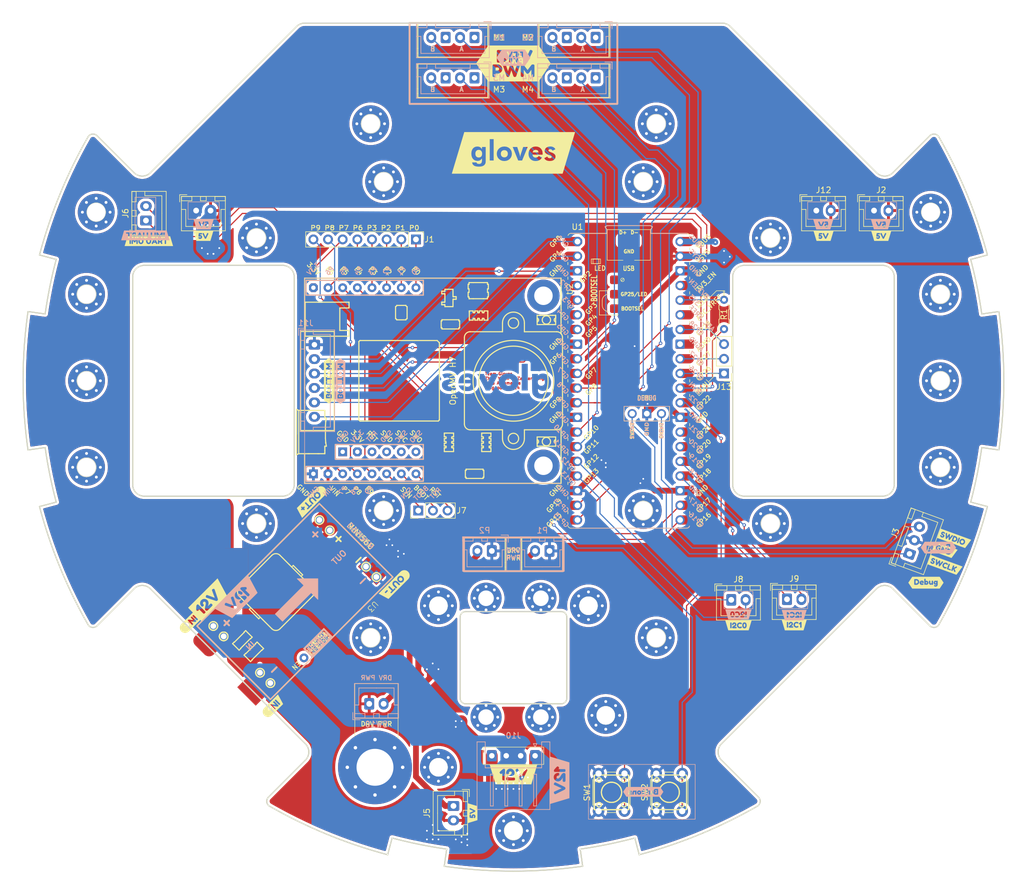
<source format=kicad_pcb>
(kicad_pcb (version 20240108) (generator "pcbnew") (generator_version "8.0")
  (title_block (title "Top Plate") (date "2024-06-15") (rev "1.0.0") (company "Zhou Yikun & Zachary Ang") (comment 1 "RoboCup Junior Soccer Open 2024"))
  (layers (0 "F.Cu" signal) (31 "B.Cu" signal) (34 "B.Paste" user) (35 "F.Paste" user) (36 "B.SilkS" user "B.Silkscreen") (37 "F.SilkS" user "F.Silkscreen") (38 "B.Mask" user) (39 "F.Mask" user) (44 "Edge.Cuts" user))
  (net 0 "")
  (net 1 "Net-(J1-Pin_6)")
  (net 2 "Net-(J1-Pin_2)")
  (net 3 "Net-(J1-Pin_1)")
  (net 4 "Net-(J1-Pin_5)")
  (net 5 "Net-(J1-Pin_7)")
  (net 6 "Net-(J1-Pin_8)")
  (net 7 "Net-(J1-Pin_3)")
  (net 8 "Net-(J1-Pin_4)")
  (net 9 "+5V")
  (net 10 "GND")
  (net 11 "Net-(J3-Pin_1)")
  (net 12 "Net-(J3-Pin_3)")
  (net 13 "Top-TX1-IMU-RX")
  (net 14 "Top-RX1-IMU-TX")
  (net 15 "Net-(J7-Pin_2)")
  (net 16 "Net-(J7-Pin_3)")
  (net 17 "Net-(J7-Pin_1)")
  (net 18 "I2C0-SCL")
  (net 19 "I2C0-SDA")
  (net 20 "I2C1-SCL")
  (net 21 "I2C1-SDA")
  (net 22 "+12V")
  (net 23 "GND1")
  (net 24 "Bottom-D2")
  (net 25 "Top-TX0-Bottom-RX")
  (net 26 "Bottom-D1")
  (net 27 "Bottom-D0")
  (net 28 "Top-RX0-Bottom-TX")
  (net 29 "GPIO26")
  (net 30 "GPIO27")
  (net 31 "GPIO28")
  (net 33 "PWM1A")
  (net 34 "PWM1B")
  (net 37 "PWM2A")
  (net 38 "PWM2B")
  (net 40 "PWM3A")
  (net 43 "PWM3B")
  (net 45 "PWM4A")
  (net 46 "PWM4B")
  (net 48 "MOTOR_DRV_PWR")
  (net 49 "Net-(U1-3V3)")
  (net 50 "Net-(U1-RUN)")
  (net 51 "Button1")
  (net 52 "Button2")
  (net 60 "Top-TX0-Cam-RX3")
  (net 61 "Top-RX0-Cam-TX3")
  (net 63 "unconnected-(U1-VBUS-Pad40)")
  (footprint "Connector_JST:JST_XH_B2B-XH-A_1x02_P2.50mm_Vertical" (layer "F.Cu") (at 137.75 137.975)
    (property "Reference" "J8")
    (property "Value" "I2C0-JST-XH-B2B")
  )
  (footprint "Connector_JST:JST_XH_B2B-XH-A_1x02_P2.50mm_Vertical" (layer "F.Cu") (at 162.5 70.5)
    (property "Reference" "J2")
    (property "Value" "5V-JST-XH-B2B")
  )
  (footprint "MountingHole:MountingHole_3.2mm_M3_Pad_Via" (layer "F.Cu") (at 26 115)
    (property "Reference" "H13" (hide yes))
    (property "Value" "MountingHole-M3")
  )
  (footprint "PorridgePi-Personal:OpenMV-H7" (layer "F.Cu") (at 83.1 100 -90)
    (property "Reference" "U2")
    (property "Value" "OpenMV-H7")
  )
  (footprint "kibuzzard-666B0E6A" (layer "F.Cu") (at 100 60.5)
    (property "Reference" "kibuzzard-666B0E6A" (hide yes))
    (property "Value" "G***" (hide yes))
  )
  (footprint "MountingHole:MountingHole_2.7mm_M2.5_Pad_Via" (layer "F.Cu") (at 95.25 158.3)
    (property "Reference" "H28" (hide yes))
    (property "Value" "MountingHole-M2.5")
  )
  (footprint "MountingHole:MountingHole_3.2mm_M3_Pad_Via" (layer "F.Cu") (at 26 85)
    (property "Reference" "H1" (hide yes))
    (property "Value" "MountingHole-M3")
  )
  (footprint "Connector_JST:JST_XH_B2B-XH-A_1x02_P2.50mm_Vertical" (layer "F.Cu") (at 147.413217 137.874728)
    (property "Reference" "J9")
    (property "Value" "I2C1-JST-XH-B2B")
  )
  (footprint "MountingHole:MountingHole_3.2mm_M3_Pad_Via" (layer "F.Cu") (at 144.547727 75.251263)
    (property "Reference" "H22" (hide yes))
    (property "Value" "MountingHole-M3")
  )
  (footprint "kibuzzard-666D6A28" (layer "F.Cu") (at 92.9 174.95 90)
    (property "Reference" "kibuzzard-666D6A28" (hide yes))
    (property "Value" "G***" (hide yes))
  )
  (footprint "Connector_JST:JST_XH_B2B-XH-A_1x02_P2.50mm_Vertical" (layer "F.Cu") (at 36.3 72.226252 90)
    (property "Reference" "J6")
    (property "Value" "IMU-UART-JST-XH-B2B")
  )
  (footprint "MountingHole:MountingHole_3.2mm_M3_Pad_Via" (layer "F.Cu") (at 55.452273 75.251263)
    (property "Reference" "H4" (hide yes))
    (property "Value" "MountingHole-M3")
  )
  (footprint "kibuzzard-666D6C87" (layer "F.Cu") (at 174.8 129.4 -20)
    (property "Reference" "kibuzzard-666D6C87" (hide yes))
    (property "Value" "G***" (hide yes))
  )
  (footprint "kibuzzard-666D6AFC" (layer "F.Cu") (at 100 168.25)
    (property "Reference" "kibuzzard-666D6AFC" (hide yes))
    (property "Value" "G***" (hide yes))
  )
  (footprint "MountingHole:MountingHole_3.2mm_M3_Pad_Via" (layer "F.Cu") (at 116 158)
    (property "Reference" "H12" (hide yes))
    (property "Value" "MountingHole-M3")
  )
  (footprint "Connector_PinHeader_2.54mm:PinHeader_1x08_P2.54mm_Vertical" (layer "F.Cu") (at 83.1 75.5 -90)
    (property "Reference" "J1")
    (property "Value" "Header-01x08")
  )
  (footprint "Button_Switch_THT:SW_PUSH_6mm" (layer "F.Cu") (at 124.750002 174.591199 90)
    (property "Reference" "SW2")
    (property "Value" "SW_Push")
  )
  (footprint "Connector_PinHeader_2.54mm:PinHeader_1x03_P2.54mm_Vertical" (layer "F.Cu") (at 83.5 122.5 90)
    (property "Reference" "J7")
    (property "Value" "Header-01x03")
  )
  (footprint "MountingHole:MountingHole_2.7mm_M2.5_Pad_Via" (layer "F.Cu") (at 104.75 137.7)
    (property "Reference" "H29" (hide yes))
    (property "Value" "MountingHole-M2.5")
  )
  (footprint "MountingHole:MountingHole_3.2mm_M3_Pad_Via" (layer "F.Cu") (at 122.5 65.5)
    (property "Reference" "H15" (hide yes))
    (property "Value" "MountingHole-M3")
  )
  (footprint "kibuzzard-666D6C3F" (layer "F.Cu") (at 148.663217 142.35)
    (property "Reference" "kibuzzard-666D6C3F" (hide yes))
    (property "Value" "G***" (hide yes))
  )
  (footprint "PorridgePi-Personal:Raspberry-Pi-Pico" (layer "F.Cu") (at 111.1 75.87)
    (property "Reference" "U1")
    (property "Value" "Raspberry-Pi-Pico")
  )
  (footprint "kibuzzard-666D6C08" (layer "F.Cu") (at 139 142.4)
    (property "Reference" "kibuzzard-666D6C08" (hide yes))
    (property "Value" "G***" (hide yes))
  )
  (footprint "MountingHole:MountingHole_3.2mm_M3_Pad_Via" (layer "F.Cu") (at 124.748737 144.547727)
    (property "Reference" "H23" (hide yes))
    (property "Value" "MountingHole-M3")
  )
  (footprint "kibuzzard-666D7734" (layer "F.Cu") (at 68 100 90)
    (property "Reference" "kibuzzard-666D7734" (hide yes))
    (property "Value" "G***" (hide yes))
  )
  (footprint "kibuzzard-666D6C83" (layer "F.Cu") (at 176.4 127.4 -20)
    (property "Reference" "kibuzzard-666D6C83" (hide yes))
    (property "Value" "G***" (hide yes))
  )
  (footprint "kibuzzard-666D6A28" (layer "F.Cu") (at 163.75 74.9)
    (property "Reference" "kibuzzard-666D6A28" (hide yes))
    (property "Value" "G***" (hide yes))
  )
  (footprint "MountingHole:MountingHole_3.2mm_M3_Pad_Via" (layer "F.Cu") (at 55.452273 124.748737)
    (property "Reference" "H10" (hide yes))
    (property "Value" "MountingHole-M3")
  )
  (footprint "MountingHole:MountingHole_2.7mm_M2.5_Pad_Via" (layer "F.Cu") (at 95.25 137.7)
    (property "Reference" "H27" (hide yes))
    (property "Value" "MountingHole-M2.5")
  )
  (footprint "MountingHole:MountingHole_3.2mm_M3_Pad_Via" (layer "F.Cu") (at 75.251263 55.452273)
    (property "Reference" "H9" (hide yes))
    (property "Value" "MountingHole-M3")
  )
  (footprint "MountingHole:MountingHole_3.2mm_M3_Pad_Via" (layer "F.Cu") (at 87 167)
    (property "Reference" "H6" (hide yes))
    (property "Value" "MountingHole-M3")
  )
  (footprint "MountingHole:MountingHole_3.2mm_M3_Pad_Via" (layer "F.Cu") (at 77.5 65.5)
    (property "Reference" "H21" (hide yes))
    (property "Value" "MountingHole-M3")
  )
  (footprint "MountingHole:MountingHole_3.2mm_M3_Pad_Via" (layer "F.Cu") (at 26 100)
    (property "Reference" "H7" (hide yes))
    (property "Value" "MountingHole-M3")
  )
  (footprint "MountingHole:MountingHole_3.2mm_M3_Pad_Via" (layer "F.Cu") (at 174 100)
    (property "Reference" "H14" (hide yes))
    (property "Value" "MountingHole-M3")
  )
  (footprint "Connector_JST:JST_XH_B2B-XH-A_1x02_P2.50mm_Vertical" (layer "F.Cu") (at 152.5 70.5)
    (property "Reference" "J12")
    (property "Value" "5V-JST-XH-B2B")
  )
  (footprint "Connector_JST:JST_XH_B3B-XH-A_1x03_P2.50mm_Vertical" (layer "F.Cu") (at 168.65 130 70)
    (property "Reference" "J3")
    (property "Value" "Debug-JST-XH-B3B")
  )
  (footprint "kibuzzard-666D6D8F" (layer "F.Cu") (at 36.8 75.8)
    (property "Reference" "kibuzzard-666D6D8F" (hide yes))
    (property "Value" "G***" (hide yes))
  )
  (footprint "kibuzzard-666D6C77" (layer "F.Cu") (at 174.8 132 -20)
    (property "Reference" "kibuzzard-666D6C77" (hide yes))
    (property "Value" "G***" (hide yes))
  )
  (footprint "kibuzzard-666D6A28" (layer "F.Cu") (at 46.25 74.9)
    (property "Reference" "kibuzzard-666D6A28" (hide yes))
    (property "Value" "G***" (hide yes))
  )
  (footprint "Connector_PinHeader_2.54mm:PinHeader_1x03_P2.54mm_Vertical" (layer "F.Cu") (at 136.5 98.73 180)
    (property "Reference" "J13")
    (property "Value" "Header-01x03")
  )
  (footprint "PorridgePi-Personal:MINI560" (layer "F.Cu") (at 76.259885 134.024387 -135)
    (property "Reference" "U3")
    (property "Value" "MINI560 5V")
  )
  (footprint "MountingHole:MountingHole_3.2mm_M3_Pad_Via" (layer "F.Cu") (at 144.547727 124.748737)
    (property "Reference" "H16" (hide yes))
    (property "Value" "MountingHole-M3")
  )
  (footprint "MountingHole:MountingHole_3.2mm_M3_Pad_Via" (layer "F.Cu") (at 174 85)
    (property "Reference" "H8" (hide yes))
    (property "Value" "MountingHole-M3")
  )
  (footprint "Connector_JST:JST_XH_B2B-XH-A_1x02_P2.50mm_Vertical" (layer "F.Cu") (at 89.6 173.7 -90)
    (property "Reference" "J5")
    (property "Value" "5V-JST-XH-B2B")
  )
  (footprint "MountingHole:MountingHole_3.2mm_M3_Pad_Via" (layer "F.Cu") (at 77.5 122.5)
    (property "Reference" "H5" (hide yes))
    (property "Value" "MountingHole-M3")
  )
  (footprint "MountingHole:MountingHole_3.2mm_M3_Pad_Via" (layer "F.Cu") (at 172.320341 70.780686)
    (property "Reference" "H2" (hide yes))
    (property "Value" "MountingHole-M3")
  )
  (footprint "kibuzzard-666D6A28" (layer "F.Cu") (at 153.75 74.9)
    (property "Reference" "kibuzzard-666D6A28" (hide yes))
    (property "Value" "G***" (hide yes))
  )
  (footprint "PCM_Resistor_THT_AKL:R_Axial_DIN0204_L3.6mm_D1.6mm_P5.08mm_Horizontal" (layer "F.Cu") (at 136.5 91.04 90)
    (property "Reference" "R1")
    (property "Value" "R" (hide yes))
  )
  (footprint "MountingHole:MountingHole_3.2mm_M3_Pad_Via" (layer "F.Cu") (at 87 139)
    (property "Reference" "H25" (hide yes))
    (property "Value" "MountingHole-M3")
  )
  (footprint "MountingHole:MountingHole_3.2mm_M3_Pad_Via" (layer "F.Cu") (at 122.5 122.5)
    (property "Reference" "H11" (hide yes))
    (property "Value" "MountingHole-M3")
  )
  (footprint "MountingHole:MountingHole_3.2mm_M3_Pad_Via" (layer "F.Cu") (at 113 139)
    (property "Reference" "H26" (hide yes))
    (property "Value" "MountingHole-M3")
  )
  (footprint "MountingHole:MountingHole_3.2mm_M3_Pad_Via" (layer "F.Cu") (at 124.748737 55.452273)
    (property "Reference" "H3" (hide yes))
    (property "Value" "MountingHole-M3")
  )
  (footprint "MountingHole:MountingHole_2.7mm_M2.5_Pad_Via" (layer "F.Cu") (at 104.75 158.3)
    (property "Reference" "H30" (hide yes))
    (property "Value" "MountingHole-M2.5")
  )
  (footprint "kibuzzard-666D6FA1" (layer "F.Cu") (at 171.5 135)
    (property "Reference" "kibuzzard-666D6FA1" (hide yes))
    (property "Value" "G***" (hide yes))
  )
  (footprint "MountingHole:MountingHole_6.4mm_M6_Pad_Via" (layer "F.Cu") (at 76 167)
    (property "Reference" "H24" (hide yes))
    (property "Value" "MountingHole-M6")
  )
  (footprint "MountingHole:MountingHole_3.2mm_M3_Pad_Via" (layer "F.Cu") (at 100 178)
    (property "Reference" "H18" (hide yes))
    (property "Value" "MountingHole-M3")
  )
  (footprint "MountingHole:MountingHole_3.2mm_M3_Pad_Via" (layer "F.Cu") (at 174 115)
    (property "Reference" "H20" (hide yes))
    (property "Value" "MountingHole-M3")
  )
  (footprint "kibuzzard-666D6EEA" (layer "F.Cu") (at 100 45)
    (property "Reference" "kibuzzard-666D6EEA" (hide yes))
    (property "Value" "G***" (hide yes))
  )
  (footprint "Connector_JST:JST_XH_B2B-XH-A_1x02_P2.50mm_Vertical" (layer "F.Cu") (at 45 70.5)
    (property "Reference" "J4" (hide yes))
    (property "Value" "5V-JST-XH-B2B")
  )
  (footprint "MountingHole:MountingHole_3.2mm_M3_Pad_Via" (layer "F.Cu") (at 27.679659 70.780686)
    (property "Reference" "H19" (hide yes))
    (property "Value" "MountingHole-M3")
  )
  (footprint "MountingHole:MountingHole_3.2mm_M3_Pad_Via" (layer "F.Cu") (at 75.251263 144.547727)
    (property "Reference" "H17" (hide yes))
    (property "Value" "MountingHole-M3")
  )
  (footprint "Button_Switch_THT:SW_PUSH_6mm" (layer "F.Cu") (at 114.75 174.591199 90)
    (property "Reference" "SW1")
    (property "Value" "SW_Push")
  )
  (footprint "kibuzzard-666D6B3A" (layer "F.Cu") (at 47.361089 138 45)
    (property "Reference" "kibuzzard-666D6B3A" (hide yes))
    (property "Value" "G***" (hide yes))
  )
  (footprint "kibuzzard-666D6C08" (layer "B.Cu") (at 139 140.5 180)
    (property "Reference" "kibuzzard-666D6C08" (hide yes))
    (property "Value" "G***" (hide yes))
  )
  (footprint "kibuzzard-666D6AFC" (layer "B.Cu") (at 52.25 137.75 -135)
    (property "Reference" "kibuzzard-666D6AFC" (hide yes))
    (property "Value" "G***" (hide yes))
  )
  (footprint "kibuzzard-666D7803" (layer "B.Cu") (at 122.5 171.25 180)
    (property "Reference" "kibuzzard-666D7803" (hide yes))
    (property "Value" "G***" (hide yes))
  )
  (footprint "Connector_JST:JST_XH_B2B-XH-A_1x02_P2.50mm_Vertical" (layer "B.Cu") (at 75 156)
    (property "Reference" "SW10")
    (property "Value" "MotorDriver-Power-SW-SPDT-XH-B2B")
  )
  (footprint "kibuzzard-666D6AFC" (layer "B.Cu") (at 108 169.25 -90)
    (property "Reference" "kibuzzard-666D6AFC" (hide yes))
    (property "Value" "G***" (hide yes))
  )
  (footprint "Connector_JST:JST_XH_B4B-XH-A_1x04_P2.50mm_Vertical" (layer "B.Cu") (at 93.25 47.5 180)
    (property "Reference" "M3")
    (property "Value" "MotorDriver2A-XH-B4B")
  )
  (footprint "Connector_JST:JST_XH_B6B-XH-A_1x06_P2.50mm_Vertical" (layer "B.Cu") (at 65.5 93.75 -90)
    (property "Reference" "J11")
    (property "Value" "JST-XH-B6B")
  )
  (footprint "kibuzzard-666D7734" (layer "B.Cu") (at 70 100.034153 90)
    (property "Reference" "kibuzzard-666D7734" (hide yes))
    (property "Value" "G***" (hide yes))
  )
  (footprint "Connector_JST:JST_XH_B2B-XH-A_1x02_P2.50mm_Vertical" (layer "B.Cu") (at 96.25 129.5 180)
    (property "Reference" "P2")
    (property "Value" "MotorDriver2-Power-XH-B2B")
  )
  (footprint "kibuzzard-666D6EB8" (layer "B.Cu") (at 100 44 180)
    (property "Reference" "kibuzzard-666D6EB8" (hide yes))
    (property "Value" "G***" (hide yes))
  )
  (footprint "Connector_JST:JST_XH_B2B-XH-A_1x02_P2.50mm_Vertical" (layer "B.Cu") (at 106.25 129.5 180)
    (property "Reference" "P1")
    (property "Value" "MotorDriver1-Power-XH-B2B")
  )
  (footprint "kibuzzard-666D6A28" (layer "B.Cu") (at 46.3 72.9 180)
    (property "Reference" "kibuzzard-666D6A28" (hide yes))
    (property "Value" "G***" (hide yes))
  )
  (footprint "LOGO" (layer "B.Cu") (at 97 100 180)
    (property "Reference" "G***" (hide yes))
    (property "Value" "LOGO" (hide yes))
  )
  (footprint "Connector_JST:JST_XH_B4B-XH-A_1x04_P2.50mm_Vertical" (layer "B.Cu") (at 93.25 40.5 180)
    (property "Reference" "M1")
    (property "Value" "MotorDriver1A-XH-B4B")
  )
  (footprint "Connector_JST:JST_XH_S4B-XH-A_1x04_P2.50mm_Horizontal" (layer "B.Cu") (at 103.75 165 180)
    (property "Reference" "J10")
    (property "Value" "JST-XH-S4B")
  )
  (footprint "kibuzzard-666D6C3F" (layer "B.Cu") (at 148.663217 140.624728 180)
    (property "Reference" "kibuzzard-666D6C3F" (hide yes))
    (property "Value" "G***" (hide yes))
  )
  (footprint "kibuzzard-666D6FA1" (layer "B.Cu") (at 173.664859 128.92433 180)
    (property "Reference" "kibuzzard-666D6FA1" (hide yes))
    (property "Value" "G***" (hide yes))
  )
  (footprint "kibuzzard-666D6D8F" (layer "B.Cu") (at 36.2 74.8 180)
    (property "Reference" "kibuzzard-666D6D8F" (hide yes))
    (property "Value" "G***" (hide yes))
  )
  (footprint "Connector_JST:JST_XH_B4B-XH-A_1x04_P2.50mm_Vertical" (layer "B.Cu") (at 114.25 47.5 180)
    (property "Reference" "M4")
    (property "Value" "MotorDriver2B-XH-B4B")
  )
  (footprint "Connector_JST:JST_XH_B4B-XH-A_1x04_P2.50mm_Vertical" (layer "B.Cu") (at 114.25 40.5 180)
    (property "Reference" "M2")
    (property "Value" "MotorDriver1B-XH-B4B")
  )
  (footprint "kibuzzard-666D6A28" (layer "B.Cu") (at 163.7 72.9 180)
    (property "Reference" "kibuzzard-666D6A28" (hide yes))
    (property "Value" "G***" (hide yes))
  )
  (footprint "kibuzzard-666D6A28" (layer "B.Cu") (at 153.7 72.9 180)
    (property "Reference" "kibuzzard-666D6A28" (hide yes))
    (property "Value" "G***" (hide yes))
  )
  (footprint "LOGO" (layer "B.Cu") (at 97 100 180)
    (property "Reference" "G***" (hide yes))
    (property "Value" "LOGO" (hide yes))
  )
  (gr_rect (start 43.6 69) (end 49 72) (stroke (width 0.1)) (fill none) (layer "B.SilkS"))
  (gr_rect (start 161 69) (end 166.4 72) (stroke (width 0.1)) (fill none) (layer "B.SilkS"))
  (gr_rect (start 34.402869 68.2) (end 38 73.902732) (stroke (width 0.1)) (fill none) (layer "B.SilkS"))
  (gr_rect (start 82 38) (end 118 52) (stroke (width 0.3)) (fill none) (layer "B.SilkS"))
  (gr_rect (start 136.5 136.5) (end 141.5 139.5) (stroke (width 0.1)) (fill none) (layer "B.SilkS"))
  (gr_rect (start 146 136.5) (end 151 139.5) (stroke (width 0.1)) (fill none) (layer "B.SilkS"))
  (gr_rect (start 91.4132 127.158) (end 108.5868 133) (stroke (width 0.3)) (fill none) (layer "B.SilkS"))
  (gr_rect (start 113 166.5) (end 131.5 176) (stroke (width 0.1)) (fill none) (layer "B.SilkS"))
  (gr_rect (start 151 69) (end 156.4 72) (stroke (width 0.1)) (fill none) (layer "B.SilkS"))
  (gr_circle (center 87 139) (end 88.5 139) (stroke (width 0.2)) (fill none) (layer "F.SilkS"))
  (gr_circle (center 119.150002 173.491199) (end 119.550002 173.491199) (stroke (width 0.2)) (fill none) (layer "F.SilkS"))
  (gr_line (start 27.827107 142.474408) (end 34.239068 136.062447) (stroke (width 0.2)) (layer "F.SilkS"))
  (gr_line (start 162.932506 63.937556) (end 137.575484 38.580534) (stroke (width 0.2)) (layer "F.SilkS"))
  (gr_line (start 84.8737 50.921187) (end 85.171551 50.921187) (stroke (width 0.2)) (layer "F.SilkS"))
  (gr_line (start 140 120) (end 164 120) (stroke (width 0.2)) (layer "F.SilkS"))
  (gr_line (start 34.239071 63.937556) (end 27.827115 57.5256) (stroke (width 0.2)) (layer "F.SilkS"))
  (gr_line (start 91.4132 127.171393) (end 91.4132 131.489393) (stroke (width 0.2)) (layer "F.SilkS"))
  (gr_line (start 116.000002 168.341199) (end 114.1 168.341199) (stroke (width 0.2)) (layer "F.SilkS"))
  (gr_arc (start 63.937525 162.932475) (mid 64.523316 164.346712) (end 63.937524 165.760925) (stroke (width 0.2)) (layer "F.SilkS"))
  (gr_line (start 63.098639 91.454227) (end 63.098639 92.914727) (stroke (width 0.2)) (layer "F.SilkS"))
  (gr_circle (center 47.975613 142.509668) (end 48.725613 142.509668) (stroke (width 0.2)) (fill none) (layer "F.SilkS"))
  (gr_circle (center 129.150002 173.491199) (end 129.550002 173.491199) (stroke (width 0.2)) (fill none) (layer "F.SilkS"))
  (gr_line (start 162.925547 63.930597) (end 137.580736 38.585786) (stroke (width 0.2)) (layer "F.SilkS"))
  (gr_circle (center 116 158) (end 117.5 158) (stroke (width 0.2)) (fill none) (layer "F.SilkS"))
  (gr_arc (start 26.252389 57.735477) (mid 26.987895 57.241475) (end 27.827115 57.5256) (stroke (width 0.2)) (layer "F.SilkS"))
  (gr_line (start 182.157013 121.799657) (end 179.257357 121.030258) (stroke (width 0.2)) (layer "F.SilkS"))
  (gr_arc (start 78.200343 182.157012) (mid 67.693123 178.621026) (end 57.735477 173.747611) (stroke (width 0.2)) (layer "F.SilkS"))
  (gr_line (start 184.148677 88) (end 181.178727 88.423529) (stroke (width 0.2)) (layer "F.SilkS"))
  (gr_line (start 63.809839 108.627827) (end 64.622639 108.627827) (stroke (width 0.2)) (layer "F.SilkS"))
  (gr_line (start 17.842987 78.200344) (end 20.742647 78.969744) (stroke (width 0.2)) (layer "F.SilkS"))
  (gr_line (start 116.5868 50.209987) (end 116.5868 49.397187) (stroke (width 0.2)) (layer "F.SilkS"))
  (gr_line (start 83.4132 38.079187) (end 83.4132 42.397187) (stroke (width 0.2)) (layer "F.SilkS"))
  (gr_circle (center 174 85) (end 175.6 85) (stroke (width 0.2)) (fill none) (layer "F.SilkS"))
  (gr_circle (center 144.547727 75.251263) (end 146.147727 75.251263) (stroke (width 0.2)) (fill none) (layer "F.SilkS"))
  (gr_circle (center 104.75 137.7) (end 105.8 137.7) (stroke (width 0.2)) (fill none) (layer "F.SilkS"))
  (gr_line (start 138 82) (end 138 118) (stroke (width 0.2)) (layer "F.SilkS"))
  (gr_line (start 95.5868 38.079187) (end 83.4132 38.079187) (stroke (width 0.2)) (layer "F.SilkS"))
  (gr_line (start 34 82) (end 34 118) (stroke (width 0.2)) (layer "F.SilkS"))
  (gr_line (start 83.4132 43.921187) (end 84.8737 43.921187) (stroke (width 0.2)) (layer "F.SilkS"))
  (gr_line (start 138 118) (end 138 82) (stroke (width 0.2)) (layer "F.SilkS"))
  (gr_arc (start 114.1 174.341199) (mid 114.02929 174.31191) (end 114.000002 174.2412) (stroke (width 0.2)) (layer "F.SilkS"))
  (gr_arc (start 57.735477 173.747611) (mid 57.241475 173.012105) (end 57.5256 172.172885) (stroke (width 0.2)) (layer "F.SilkS"))
  (gr_circle (center 76 167) (end 79 167) (stroke (width 0.2)) (fill none) (layer "F.SilkS"))
  (gr_arc (start 120.000002 174.2412) (mid 119.970713 174.311911) (end 119.9 174.341199) (stroke (width 0.2)) (layer "F.SilkS"))
  (gr_arc (start 164 80) (mid 165.414214 80.585786) (end 166 82) (stroke (width 0.2)) (layer "F.SilkS"))
  (gr_circle (center 114.850002 173.491199) (end 115.250002 173.491199) (stroke (width 0.2)) (fill none) (layer "F.SilkS"))
  (gr_line (start 134 98.8) (end 134.4 98.8) (stroke (width 0.1)) (layer "F.SilkS"))
  (gr_arc (start 181.178724 111.576471) (mid 180.357185 116.331644) (end 179.257352 121.030256) (stroke (width 0.2)) (layer "F.SilkS"))
  (gr_line (start 63.937524 165.760925) (end 63.937542 165.760943) (stroke (width 0.2)) (layer "F.SilkS"))
  (gr_line (start 15.851323 112) (end 18.821279 111.57647) (stroke (width 0.2)) (layer "F.SilkS"))
  (gr_line (start 95.5868 49.397187) (end 95.5868 45.079187) (stroke (width 0.2)) (layer "F.SilkS"))
  (gr_arc (start 15.851323 112) (mid 15 100) (end 15.851324 88) (stroke (width 0.2)) (layer "F.SilkS"))
  (gr_line (start 57.875108 155.23759) (end 45.147186 142.509668) (stroke (width 0.2)) (layer "F.SilkS"))
  (gr_circle (center 87 167) (end 88.5 167) (stroke (width 0.2)) (fill none) (layer "F.SilkS"))
  (gr_line (start 108.5868 133.013393) (end 108.5868 132.302193) (stroke (width 0.2)) (layer "F.SilkS"))
  (gr_line (start 136.1665 38) (end 63.833478 38) (stroke (width 0.2)) (layer "F.SilkS"))
  (gr_arc (start 90.75 141) (mid 91.042893 140.292893) (end 91.75 140) (stroke (width 0.2)) (layer "F.SilkS"))
  (gr_circle (center 116 158) (end 117.5 158) (stroke (width 0.2)) (fill none) (layer "F.SilkS"))
  (gr_arc (start 166 118) (mid 165.414214 119.414214) (end 164 120) (stroke (width 0.2)) (layer "F.SilkS"))
  (gr_arc (start 34 82) (mid 34.585786 80.585786) (end 36 80) (stroke (width 0.2)) (layer "F.SilkS"))
  (gr_line (start 101.4132 127.171393) (end 101.4132 131.489393) (stroke (width 0.2)) (layer "F.SilkS"))
  (gr_arc (start 26.252389 142.264523) (mid 21.378974 132.306877) (end 17.842988 121.799657) (stroke (width 0.2)) (layer "F.SilkS"))
  (gr_arc (start 165.760929 63.937556) (mid 164.346718 64.523341) (end 162.925547 63.930597) (stroke (width 0.2)) (layer "F.SilkS"))
  (gr_arc (start 63.937525 162.932475) (mid 64.523316 164.346712) (end 63.937524 165.760925) (stroke (width 0.2)) (layer "F.SilkS"))
  (gr_line (start 136.4 85.2) (end 136.6 85.2) (stroke (width 0.1)) (layer "F.SilkS"))
  (gr_arc (start 114.1 174.341199) (mid 114.02929 174.31191) (end 114.000002 174.2412) (stroke (width 0.2)) (layer "F.SilkS"))
  (gr_line (start 116.5868 43.209987) (end 116.5868 42.397187) (stroke (width 0.2)) (layer "F.SilkS"))
  (gr_line (start 114.828449 43.921187) (end 115.1263 43.921187) (stroke (width 0.2)) (layer "F.SilkS"))
  (gr_arc (start 138 82) (mid 138.585786 80.585786) (end 140 80) (stroke (width 0.2)) (layer "F.SilkS"))
  (gr_circle (center 77.5 122.5) (end 79.1 122.5) (stroke (width 0.2)) (fill none) (layer "F.SilkS"))
  (gr_arc (start 172.172893 57.525592) (mid 173.012106 57.241463) (end 173.747611 57.735477) (stroke (width 0.2)) (layer "F.SilkS"))
  (gr_line (start 116.000002 174.341199) (end 118.000002 174.341199) (stroke (width 0.2)) (layer "F.SilkS"))
  (gr_line (start 114.828449 50.921187) (end 115.1263 50.921187) (stroke (width 0.2)) (layer "F.SilkS"))
  (gr_arc (start 114.000002 168.4412) (mid 114.029292 168.37049) (end 114.1 168.341199) (stroke (width 0.2)) (layer "F.SilkS"))
  (gr_line (start 95.5868 50.921187) (end 95.5868 50.209987) (stroke (width 0.2)) (layer "F.SilkS"))
  (gr_line (start 101.4132 131.489393) (end 101.4132 132.302193) (stroke (width 0.2)) (layer "F.SilkS"))
  (gr_line (start 109.25 141) (end 109.25 155) (stroke (width 0.2)) (layer "F.SilkS"))
  (gr_line (start 63.937542 165.760943) (end 57.5256 172.172885) (stroke (width 0.2)) (layer "F.SilkS"))
  (gr_line (start 134 100.8) (end 134.2 100.6) (stroke (width 0.1)) (layer "F.SilkS"))
  (gr_circle (center 100 178) (end 101.55 178) (stroke (width 0.2)) (fill none) (layer "F.SilkS"))
  (gr_line (start 83.4132 43.209987) (end 83.4132 43.921187) (stroke (width 0.2)) (layer "F.SilkS"))
  (gr_arc (start 90.75 141) (mid 91.042893 140.292893) (end 91.75 140) (stroke (width 0.2)) (layer "F.SilkS"))
  (gr_arc (start 17.842987 78.200344) (mid 21.378974 67.693123) (end 26.252389 57.735477) (stroke (width 0.2)) (layer "F.SilkS"))
  (gr_line (start 106.171551 43.921187) (end 107.6263 43.921187) (stroke (width 0.2)) (layer "F.SilkS"))
  (gr_arc (start 109.25 155) (mid 108.957107 155.707107) (end 108.25 156) (stroke (width 0.2)) (layer "F.SilkS"))
  (gr_line (start 91.75 140) (end 108.25 140) (stroke (width 0.2)) (layer "F.SilkS"))
  (gr_line (start 91.4132 131.489393) (end 91.4132 132.302193) (stroke (width 0.2)) (layer "F.SilkS"))
  (gr_circle (center 75.251263 55.452273) (end 76.851263 55.452273) (stroke (width 0.2)) (fill none) (layer "F.SilkS"))
  (gr_line (start 34.239075 63.937524) (end 34.239057 63.937542) (stroke (width 0.2)) (layer "F.SilkS"))
  (gr_line (start 181.178724 111.576471) (end 184.148676 112) (stroke (width 0.2)) (layer "F.SilkS"))
  (gr_circle (center 26 115) (end 27.6 115) (stroke (width 0.2)) (fill none) (layer "F.SilkS"))
  (gr_arc (start 162.932504 136.062446) (mid 164.346718 135.476659) (end 165.760931 136.062446) (stroke (width 0.2)) (layer "F.SilkS"))
  (gr_arc (start 136.1665 38) (mid 136.931884 38.152248) (end 137.575484 38.580534) (stroke (width 0.2)) (layer "F.SilkS"))
  (gr_arc (start 62.419275 38.585775) (mid 63.06811 38.152233) (end 63.833478 38) (stroke (width 0.2)) (layer "F.SilkS"))
  (gr_line (start 113.3737 50.921187) (end 114.828449 50.921187) (stroke (width 0.2)) (layer "F.SilkS"))
  (gr_arc (start 62 118) (mid 61.414214 119.414214) (end 60 120) (stroke (width 0.2)) (layer "F.SilkS"))
  (gr_rect (start 94.75 163.5) (end 105.25 166.5) (stroke (width 0.1)) (fill none) (layer "F.SilkS"))
  (gr_line (start 136.069403 162.925547) (end 162.932504 136.062446) (stroke (width 0.2)) (layer "F.SilkS"))
  (gr_line (start 108.5868 132.302193) (end 108.5868 131.489393) (stroke (width 0.2)) (layer "F.SilkS"))
  (gr_line (start 107.6263 50.921187) (end 113.3737 50.921187) (stroke (width 0.2)) (layer "F.SilkS"))
  (gr_line (start 83.4132 50.921187) (end 84.8737 50.921187) (stroke (width 0.2)) (layer "F.SilkS"))
  (gr_circle (center 26 115) (end 27.6 115) (stroke (width 0.2)) (fill none) (layer "F.SilkS"))
  (gr_circle (center 113 139) (end 114.5 139) (stroke (width 0.2)) (fill none) (layer "F.SilkS"))
  (gr_line (start 166 82) (end 166 118) (stroke (width 0.2)) (layer "F.SilkS"))
  (gr_arc (start 164 80) (mid 165.414214 80.585786) (end 166 82) (stroke (width 0.2)) (layer "F.SilkS"))
  (gr_arc (start 108.25 140) (mid 108.957107 140.292893) (end 109.25 141) (stroke (width 0.2)) (layer "F.SilkS"))
  (gr_line (start 72.5 158.5) (end 72.5 161.5) (stroke (width 0.1)) (layer "F.SilkS"))
  (gr_circle (center 100 178) (end 101.55 178) (stroke (width 0.2)) (fill none) (layer "F.SilkS"))
  (gr_line (start 92.3737 43.921187) (end 93.828449 43.921187) (stroke (width 0.2)) (layer "F.SilkS"))
  (gr_arc (start 162.932504 136.062446) (mid 164.346718 135.476659) (end 165.760931 136.062446) (stroke (width 0.2)) (layer "F.SilkS"))
  (gr_circle (center 55.452273 75.251263) (end 57.052273 75.251263) (stroke (width 0.2)) (fill none) (layer "F.SilkS"))
  (gr_circle (center 26 100) (end 27.6 100) (stroke (width 0.2)) (fill none) (layer "F.SilkS"))
  (gr_rect (start 82 38) (end 118 52) (stroke (width 0.3)) (fill none) (layer "F.SilkS"))
  (gr_line (start 60 120) (end 36 120) (stroke (width 0.2)) (layer "F.SilkS"))
  (gr_arc (start 120.000002 174.2412) (mid 119.970713 174.311911) (end 119.9 174.341199) (stroke (width 0.2)) (layer "F.SilkS"))
  (gr_line (start 78.200344 182.157012) (end 78.969744 179.257355) (stroke (width 0.2)) (layer "F.SilkS"))
  (gr_circle (center 174 115) (end 175.6 115) (stroke (width 0.2)) (fill none) (layer "F.SilkS"))
  (gr_circle (center 127.000002 171.341199) (end 128.750002 171.341199) (stroke (width 0.2)) (fill none) (layer "F.SilkS"))
  (gr_line (start 62.419275 38.585775) (end 37.067494 63.937556) (stroke (width 0.2)) (layer "F.SilkS"))
  (gr_line (start 129.9 168.341199) (end 124.1 168.341199) (stroke (width 0.2)) (layer "F.SilkS"))
  (gr_line (start 88.423529 181.178724) (end 88.000001 184.148675) (stroke (width 0.2)) (layer "F.SilkS"))
  (gr_line (start 116.5868 42.397187) (end 116.5868 38.079187) (stroke (width 0.2)) (layer "F.SilkS"))
  (gr_line (start 63.937524 165.760925) (end 63.937542 165.760943) (stroke (width 0.2)) (layer "F.SilkS"))
  (gr_circle (center 75.251263 55.452273) (end 76.851263 55.452273) (stroke (width 0.2)) (fill none) (layer "F.SilkS"))
  (gr_line (start 104.4132 42.397187) (end 104.4132 43.209987) (stroke (width 0.2)) (layer "F.SilkS"))
  (gr_line (start 93.828449 43.921187) (end 94.1263 43.921187) (stroke (width 0.2)) (layer "F.SilkS"))
  (gr_circle (center 95.25 137.7) (end 96.3 137.7) (stroke (width 0.2)) (fill none) (layer "F.SilkS"))
  (gr_line (start 182.157012 121.799657) (end 179.257352 121.030256) (stroke (width 0.2)) (layer "F.SilkS"))
  (gr_arc (start 184.148677 88) (mid 185 100) (end 184.148677 112) (stroke (width 0.2)) (layer "F.SilkS"))
  (gr_line (start 90.75 155) (end 90.75 141) (stroke (width 0.2)) (layer "F.SilkS"))
  (gr_arc (start 166 118) (mid 165.414214 119.414214) (end 164 120) (stroke (width 0.2)) (layer "F.SilkS"))
  (gr_line (start 124.1 174.341199) (end 129.9 174.341199) (stroke (width 0.2)) (layer "F.SilkS"))
  (gr_circle (center 144.547727 124.748737) (end 146.147727 124.748737) (stroke (width 0.2)) (fill none) (layer "F.SilkS"))
  (gr_line (start 133.8 85.8) (end 135.2 84.4) (stroke (width 0.1)) (layer "F.SilkS"))
  (gr_line (start 120.000002 174.2412) (end 120.000002 168.4412) (stroke (width 0.2)) (layer "F.SilkS"))
  (gr_line (start 64.622639 108.627827) (end 68.940639 108.627827) (stroke (width 0.2)) (layer "F.SilkS"))
  (gr_line (start 114.000002 168.4412) (end 114.000002 174.2412) (stroke (width 0.2)) (layer "F.SilkS"))
  (gr_circle (center 124.850002 173.491199) (end 125.250002 173.491199) (stroke (width 0.2)) (fill none) (layer "F.SilkS"))
  (gr_arc (start 173.747611 142.264523) (mid 173.012105 142.758525) (end 172.172885 142.4744) (stroke (width 0.2)) (layer "F.SilkS"))
  (gr_arc (start 27.827107 142.474408) (mid 26.987894 142.758537) (end 26.252389 142.264523) (stroke (width 0.2)) (layer "F.SilkS"))
  (gr_line (start 116.5868 38.079187) (end 104.4132 38.079187) (stroke (width 0.2)) (layer "F.SilkS"))
  (gr_arc (start 26.252389 142.264523) (mid 21.378974 132.306877) (end 17.842988 121.799657) (stroke (width 0.2)) (layer "F.SilkS"))
  (gr_line (start 181.178724 111.576471) (end 184.148677 112) (stroke (width 0.2)) (layer "F.SilkS"))
  (gr_line (start 62 118) (end 62 82) (stroke (width 0.2)) (layer "F.SilkS"))
  (gr_circle (center 174 100) (end 175.6 100) (stroke (width 0.2)) (fill none) (layer "F.SilkS"))
  (gr_line (start 91.75 156) (end 108.25 156) (stroke (width 0.2)) (layer "F.SilkS"))
  (gr_arc (start 124.000002 168.4412) (mid 124.029292 168.37049) (end 124.1 168.341199) (stroke (width 0.2)) (layer "F.SilkS"))
  (gr_line (start 134.6 92.4) (end 135.6 91.4) (stroke (width 0.1)) (layer "F.SilkS"))
  (gr_line (start 142.474408 172.172893) (end 136.062457 165.760942) (stroke (width 0.2)) (layer "F.SilkS"))
  (gr_line (start 104.4132 45.079187) (end 104.4132 49.397187) (stroke (width 0.2)) (layer "F.SilkS"))
  (gr_line (start 108.25 156) (end 91.75 156) (stroke (width 0.2)) (layer "F.SilkS"))
  (gr_line (start 103.171551 133.013393) (end 106.828449 133.013393) (stroke (width 0.2)) (layer "F.SilkS"))
  (gr_line (start 131.4 101.8) (end 132.2 102.6) (stroke (width 0.1)) (layer "F.SilkS"))
  (gr_line (start 80 158.5) (end 80 162) (stroke (width 0.1)) (layer "F.SilkS"))
  (gr_arc (start 179.257354 78.969743) (mid 180.357187 83.668356) (end 181.178727 88.423529) (stroke (width 0.2)) (layer "F.SilkS"))
  (gr_circle (center 26 100) (end 27.6 100) (stroke (width 0.2)) (fill none) (layer "F.SilkS"))
  (gr_line (start 85.171551 43.921187) (end 86.6263 43.921187) (stroke (width 0.2)) (layer "F.SilkS"))
  (gr_line (start 136.1665 38) (end 63.833478 38) (stroke (width 0.2)) (layer "F.SilkS"))
  (gr_line (start 91.4132 132.302193) (end 91.4132 133.013393) (stroke (width 0.2)) (layer "F.SilkS"))
  (gr_circle (center 77.5 65.5) (end 79.1 65.5) (stroke (width 0.2)) (fill none) (layer "F.SilkS"))
  (gr_arc (start 27.827107 142.474408) (mid 26.987894 142.758537) (end 26.252389 142.264523) (stroke (width 0.2)) (layer "F.SilkS"))
  (gr_circle (center 144.547727 75.251263) (end 146.147727 75.251263) (stroke (width 0.2)) (fill none) (layer "F.SilkS"))
  (gr_arc (start 172.172893 57.525592) (mid 173.012106 57.241463) (end 173.747611 57.735477) (stroke (width 0.2)) (layer "F.SilkS"))
  (gr_circle (center 172.320341 70.780686) (end 173.870341 70.780686) (stroke (width 0.2)) (fill none) (layer "F.SilkS"))
  (gr_circle (center 26 85) (end 27.6 85) (stroke (width 0.2)) (fill none) (layer "F.SilkS"))
  (gr_arc (start 91.75 156) (mid 91.042893 155.707107) (end 90.75 155) (stroke (width 0.2)) (layer "F.SilkS"))
  (gr_line (start 134 85.6) (end 133.2 84.8) (stroke (width 0.1)) (layer "F.SilkS"))
  (gr_line (start 115.1263 43.921187) (end 116.5868 43.921187) (stroke (width 0.2)) (layer "F.SilkS"))
  (gr_line (start 135.8 93) (end 135.4 92.6) (stroke (width 0.1)) (layer "F.SilkS"))
  (gr_circle (center 26 85) (end 27.6 85) (stroke (width 0.2)) (fill none) (layer "F.SilkS"))
  (gr_line (start 37.067496 136.062446) (end 63.937525 162.932475) (stroke (width 0.2)) (layer "F.SilkS"))
  (gr_line (start 107.1263 133.013393) (end 108.5868 133.013393) (stroke (width 0.2)) (layer "F.SilkS"))
  (gr_line (start 109.25 155) (end 109.25 141) (stroke (width 0.2)) (layer "F.SilkS"))
  (gr_line (start 95.5868 45.079187) (end 83.4132 45.079187) (stroke (width 0.2)) (layer "F.SilkS"))
  (gr_circle (center 144.547727 124.748737) (end 146.147727 124.748737) (stroke (width 0.2)) (fill none) (layer "F.SilkS"))
  (gr_line (start 172.172893 57.525592) (end 165.760929 63.937556) (stroke (width 0.2)) (layer "F.SilkS"))
  (gr_circle (center 174 100) (end 175.6 100) (stroke (width 0.2)) (fill none) (layer "F.SilkS"))
  (gr_line (start 63.098639 106.869476) (end 63.098639 107.167327) (stroke (width 0.2)) (layer "F.SilkS"))
  (gr_line (start 68.940639 91.454227) (end 64.622639 91.454227) (stroke (width 0.2)) (layer "F.SilkS"))
  (gr_line (start 165.760931 136.062446) (end 172.172885 142.4744) (stroke (width 0.2)) (layer "F.SilkS"))
  (gr_line (start 63.098639 94.667327) (end 63.098639 105.414727) (stroke (width 0.2)) (layer "F.SilkS"))
  (gr_circle (center 76.259885 134.024387) (end 77.009885 134.024387) (stroke (width 0.2)) (fill none) (layer "F.SilkS"))
  (gr_line (start 62 82) (end 62 118) (stroke (width 0.2)) (layer "F.SilkS"))
  (gr_line (start 164 120) (end 140 120) (stroke (width 0.2)) (layer "F.SilkS"))
  (gr_arc (start 109.25 155) (mid 108.957107 155.707107) (end 108.25 156) (stroke (width 0.2)) (layer "F.SilkS"))
  (gr_line (start 116.5868 43.921187) (end 116.5868 43.209987) (stroke (width 0.2)) (layer "F.SilkS"))
  (gr_arc (start 184.148677 88) (mid 185 100) (end 184.148676 112) (stroke (width 0.2)) (layer "F.SilkS"))
  (gr_line (start 97.1263 133.013393) (end 98.5868 133.013393) (stroke (width 0.2)) (layer "F.SilkS"))
  (gr_circle (center 104.75 137.7) (end 105.8 137.7) (stroke (width 0.2)) (fill none) (layer "F.SilkS"))
  (gr_line (start 134.2 100.6) (end 133.4 99.8) (stroke (width 0.1)) (layer "F.SilkS"))
  (gr_circle (center 129.150002 169.191199) (end 129.550002 169.191199) (stroke (width 0.2)) (fill none) (layer "F.SilkS"))
  (gr_arc (start 181.178724 111.576471) (mid 180.357185 116.331644) (end 179.257357 121.030258) (stroke (width 0.2)) (layer "F.SilkS"))
  (gr_circle (center 124.850002 169.191199) (end 125.250002 169.191199) (stroke (width 0.2)) (fill none) (layer "F.SilkS"))
  (gr_line (start 92.3737 50.921187) (end 93.828449 50.921187) (stroke (width 0.2)) (layer "F.SilkS"))
  (gr_line (start 88.42353 181.178724) (end 88 184.148672) (stroke (width 0.2)) (layer "F.SilkS"))
  (gr_circle (center 122.5 65.5) (end 124.1 65.5) (stroke (width 0.2)) (fill none) (layer "F.SilkS"))
  (gr_arc (start 140 120) (mid 138.585786 119.414214) (end 138 118) (stroke (width 0.2)) (layer "F.SilkS"))
  (gr_line (start 63.937542 165.760943) (end 57.5256 172.172885) (stroke (width 0.2)) (layer "F.SilkS"))
  (gr_line (start 18.821275 88.423529) (end 15.851324 88) (stroke (width 0.2)) (layer "F.SilkS"))
  (gr_line (start 134.8 96.2) (end 135.4 96.2) (stroke (width 0.1)) (layer "F.SilkS"))
  (gr_line (start 136.4 84.4) (end 136.4 85.2) (stroke (width 0.1)) (layer "F.SilkS"))
  (gr_line (start 142.474408 172.172893) (end 136.062457 165.760942) (stroke (width 0.2)) (layer "F.SilkS"))
  (gr_line (start 94.1263 43.921187) (end 95.5868 43.921187) (stroke (width 0.2)) (layer "F.SilkS"))
  (gr_arc (start 60 80) (mid 61.414214 80.585786) (end 62 82) (stroke (width 0.2)) (layer "F.SilkS"))
  (gr_line (start 124.000002 168.4412) (end 124.000002 174.2412) (stroke (width 0.2)) (layer "F.SilkS"))
  (gr_circle (center 75.251263 144.547727) (end 76.851263 144.547727) (stroke (width 0.2)) (fill none) (layer "F.SilkS"))
  (gr_line (start 136.6 84.4) (end 136.4 84.4) (stroke (width 0.1)) (layer "F.SilkS"))
  (gr_line (start 140 80) (end 164 80) (stroke (width 0.2)) (layer "F.SilkS"))
  (gr_arc (start 136.062457 165.760942) (mid 135.476659 164.346712) (end 136.069403 162.925547) (stroke (width 0.2)) (layer "F.SilkS"))
  (gr_line (start 131.4 86.6) (end 132.2 87.4) (stroke (width 0.1)) (layer "F.SilkS"))
  (gr_arc (start 121.030256 179.257353) (mid 116.331644 180.357187) (end 111.576471 181.178727) (stroke (width 0.2)) (layer "F.SilkS"))
  (gr_line (start 112 184.148677) (end 111.576471 181.178727) (stroke (width 0.2)) (layer "F.SilkS"))
  (gr_arc (start 112 184.148677) (mid 100 185) (end 88.000001 184.148675) (stroke (width 0.2)) (layer "F.SilkS"))
  (gr_circle (center 68.156441 125.920943) (end 68.906441 125.920943) (stroke (width 0.2)) (fill none) (layer "F.SilkS"))
  (gr_arc (start 18.821275 88.423529) (mid 19.642815 83.668356) (end 20.742648 78.969743) (stroke (width 0.2)) (layer "F.SilkS"))
  (gr_arc (start 37.067525 63.937525) (mid 35.653283 64.523341) (end 34.239071 63.937556) (stroke (width 0.2)) (layer "F.SilkS"))
  (gr_circle (center 122.5 65.5) (end 124.1 65.5) (stroke (width 0.2)) (fill none) (layer "F.SilkS"))
  (gr_line (start 93.828449 50.921187) (end 94.1263 50.921187) (stroke (width 0.2)) (layer "F.SilkS"))
  (gr_line (start 20.742646 121.030257) (end 17.842988 121.799657) (stroke (width 0.2)) (layer "F.SilkS"))
  (gr_line (start 136.069403 162.925547) (end 162.932504 136.062446) (stroke (width 0.2)) (layer "F.SilkS"))
  (gr_arc (start 57.735477 173.747611) (mid 57.241475 173.012105) (end 57.5256 172.172885) (stroke (width 0.2)) (layer "F.SilkS"))
  (gr_line (start 86.6263 50.921187) (end 92.3737 50.921187) (stroke (width 0.2)) (layer "F.SilkS"))
  (gr_circle (center 55.452273 124.748737) (end 57.052273 124.748737) (stroke (width 0.2)) (fill none) (layer "F.SilkS"))
  (gr_arc (start 142.264523 173.747611) (mid 132.306877 178.621026) (end 121.799656 182.157012) (stroke (width 0.2)) (layer "F.SilkS"))
  (gr_line (start 121.030256 179.257353) (end 121.799656 182.157012) (stroke (width 0.2)) (layer "F.SilkS"))
  (gr_circle (center 113 139) (end 114.5 139) (stroke (width 0.2)) (fill none) (layer "F.SilkS"))
  (gr_circle (center 74.463833 132.228335) (end 75.213833 132.228335) (stroke (width 0.2)) (fill none) (layer "F.SilkS"))
  (gr_line (start 18.821275 88.423529) (end 15.851323 88) (stroke (width 0.2)) (layer "F.SilkS"))
  (gr_line (start 114.000002 168.4412) (end 114.000002 174.2412) (stroke (width 0.2)) (layer "F.SilkS"))
  (gr_line (start 104.4132 50.209987) (end 104.4132 50.921187) (stroke (width 0.2)) (layer "F.SilkS"))
  (gr_circle (center 124.748737 144.547727) (end 126.348737 144.547727) (stroke (width 0.2)) (fill none) (layer "F.SilkS"))
  (gr_line (start 130.000002 174.2412) (end 130.000002 168.4412) (stroke (width 0.2)) (layer "F.SilkS"))
  (gr_arc (start 124.1 174.341199) (mid 124.02929 174.31191) (end 124.000002 174.2412) (stroke (width 0.2)) (layer "F.SilkS"))
  (gr_line (start 137.575484 38.580534) (end 137.580736 38.585786) (stroke (width 0.2)) (layer "F.SilkS"))
  (gr_line (start 20.742646 121.030257) (end 17.842988 121.799657) (stroke (width 0.2)) (layer "F.SilkS"))
  (gr_line (start 95.5868 42.397187) (end 95.5868 38.079187) (stroke (width 0.2)) (layer "F.SilkS"))
  (gr_line (start 164 80) (end 140 80) (stroke (width 0.2)) (layer "F.SilkS"))
  (gr_line (start 104.4132 43.209987) (end 104.4132 43.921187) (stroke (width 0.2)) (layer "F.SilkS"))
  (gr_line (start 96.828449 133.013393) (end 97.1263 133.013393) (stroke (width 0.2)) (layer "F.SilkS"))
  (gr_arc (start 130.000002 174.2412) (mid 129.970713 174.311911) (end 129.9 174.341199) (stroke (width 0.2)) (layer "F.SilkS"))
  (gr_circle (center 57.875108 152.409163) (end 58.625108 152.409163) (stroke (width 0.2)) (fill none) (layer "F.SilkS"))
  (gr_arc (start 34.239068 136.062447) (mid 35.653283 135.476659) (end 37.067496 136.062446) (stroke (width 0.2)) (layer "F.SilkS"))
  (gr_line (start 90.75 141) (end 90.75 155) (stroke (width 0.2)) (layer "F.SilkS"))
  (gr_circle (center 122.5 122.5) (end 124.1 122.5) (stroke (width 0.2)) (fill none) (layer "F.SilkS"))
  (gr_line (start 119.9 168.341199) (end 114.1 168.341199) (stroke (width 0.2)) (layer "F.SilkS"))
  (gr_circle (center 124.748737 55.452273) (end 126.348737 55.452273) (stroke (width 0.2)) (fill none) (layer "F.SilkS"))
  (gr_arc (start 88.42353 181.178724) (mid 83.668356 180.357185) (end 78.969744 179.257355) (stroke (width 0.2)) (layer "F.SilkS"))
  (gr_line (start 98.5868 132.302193) (end 98.5868 131.489393) (stroke (width 0.2)) (layer "F.SilkS"))
  (gr_circle (center 174 115) (end 175.6 115) (stroke (width 0.2)) (fill none) (layer "F.SilkS"))
  (gr_line (start 85.171551 50.921187) (end 86.6263 50.921187) (stroke (width 0.2)) (layer "F.SilkS"))
  (gr_circle (center 27.679659 70.780686) (end 29.229659 70.780686) (stroke (width 0.2)) (fill none) (layer "F.SilkS"))
  (gr_line (start 63.098639 92.914727) (end 63.098639 93.212578) (stroke (width 0.2)) (layer "F.SilkS"))
  (gr_line (start 114.1 174.341199) (end 116.000002 174.341199) (stroke (width 0.2)) (layer "F.SilkS"))
  (gr_circle (center 117.000002 171.341199) (end 118.750002 171.341199) (stroke (width 0.2)) (fill none) (layer "F.SilkS"))
  (gr_line (start 63.098639 108.627827) (end 63.809839 108.627827) (stroke (width 0.2)) (layer "F.SilkS"))
  (gr_circle (center 27.679659 70.780686) (end 29.229659 70.780686) (stroke (width 0.2)) (fill none) (layer "F.SilkS"))
  (gr_line (start 121.030257 179.257353) (end 121.799657 182.157012) (stroke (width 0.2)) (layer "F.SilkS"))
  (gr_line (start 63.098639 93.212578) (end 63.098639 94.667327) (stroke (width 0.2)) (layer "F.SilkS"))
  (gr_circle (center 66.36039 124.124892) (end 67.11039 124.124892) (stroke (width 0.2)) (fill none) (layer "F.SilkS"))
  (gr_line (start 106.828449 133.013393) (end 107.1263 133.013393) (stroke (width 0.2)) (layer "F.SilkS"))
  (gr_line (start 98.5868 133.013393) (end 98.5868 132.302193) (stroke (width 0.2)) (layer "F.SilkS"))
  (gr_circle (center 104.75 158.3) (end 105.8 158.3) (stroke (width 0.2)) (fill none) (layer "F.SilkS"))
  (gr_line (start 106.171551 50.921187) (end 107.6263 50.921187) (stroke (width 0.2)) (layer "F.SilkS"))
  (gr_arc (start 182.157013 121.799657) (mid 178.621026 132.306877) (end 173.747611 142.264523) (stroke (width 0.2)) (layer "F.SilkS"))
  (gr_arc (start 26.252389 57.735477) (mid 26.987895 57.241475) (end 27.827115 57.5256) (stroke (width 0.2)) (layer "F.SilkS"))
  (gr_line (start 179.257354 78.969743) (end 182.157012 78.200343) (stroke (width 0.2)) (layer "F.SilkS"))
  (gr_line (start 86.6263 43.921187) (end 92.3737 43.921187) (stroke (width 0.2)) (layer "F.SilkS"))
  (gr_line (start 133.8 91) (end 134.8 92) (stroke (width 0.1)) (layer "F.SilkS"))
  (gr_arc (start 15.851323 112) (mid 15 100) (end 15.851323 88) (stroke (width 0.2)) (layer "F.SilkS"))
  (gr_arc (start 36 120) (mid 34.585786 119.414214) (end 34 118) (stroke (width 0.2)) (layer "F.SilkS"))
  (gr_line (start 60 80) (end 36 80) (stroke (width 0.2)) (layer "F.SilkS"))
  (gr_line (start 108.25 140) (end 91.75 140) (stroke (width 0.2)) (layer "F.SilkS"))
  (gr_line (start 95.5868 43.921187) (end 95.5868 43.209987) (stroke (width 0.2)) (layer "F.SilkS"))
  (gr_arc (start 136.1665 38) (mid 136.931884 38.152248) (end 137.580736 38.585786) (stroke (width 0.2)) (layer "F.SilkS"))
  (gr_line (start 116.5868 45.079187) (end 104.4132 45.079187) (stroke (width 0.2)) (layer "F.SilkS"))
  (gr_arc (start 20.742646 121.030257) (mid 19.642813 116.331644) (end 18.821272 111.576471) (stroke (width 0.2)) (layer "F.SilkS"))
  (gr_line (start 95.5868 43.209987) (end 95.5868 42.397187) (stroke (width 0.2)) (layer "F.SilkS"))
  (gr_arc (start 18.821275 88.423529) (mid 19.642815 83.668356) (end 20.742647 78.969744) (stroke (width 0.2)) (layer "F.SilkS"))
  (gr_line (start 179.257353 78.969743) (end 182.157012 78.200343) (stroke (width 0.2)) (layer "F.SilkS"))
  (gr_circle (center 56.079057 150.613112) (end 56.829057 150.613112) (stroke (width 0.2)) (fill none) (layer "F.SilkS"))
  (gr_arc (start 78.200344 182.157012) (mid 67.693123 178.621026) (end 57.735477 173.747611) (stroke (width 0.2)) (layer "F.SilkS"))
  (gr_arc (start 36 120) (mid 34.585786 119.414214) (end 34 118) (stroke (width 0.2)) (layer "F.SilkS"))
  (gr_line (start 116.5868 50.921187) (end 116.5868 50.209987) (stroke (width 0.2)) (layer "F.SilkS"))
  (gr_line (start 116.5868 49.397187) (end 116.5868 45.079187) (stroke (width 0.2)) (layer "F.SilkS"))
  (gr_line (start 95.5868 50.209987) (end 95.5868 49.397187) (stroke (width 0.2)) (layer "F.SilkS"))
  (gr_arc (start 34 82) (mid 34.585786 80.585786) (end 36 80) (stroke (width 0.2)) (layer "F.SilkS"))
  (gr_line (start 132.2 87.4) (end 133.8 85.8) (stroke (width 0.1)) (layer "F.SilkS"))
  (gr_arc (start 142.474408 172.172893) (mid 142.758537 173.012106) (end 142.264523 173.747611) (stroke (width 0.2)) (layer "F.SilkS"))
  (gr_arc (start 37.067494 63.937556) (mid 35.653283 64.523341) (end 34.239075 63.937524) (stroke (width 0.2)) (layer "F.SilkS"))
  (gr_line (start 120.000002 174.2412) (end 120.000002 168.4412) (stroke (width 0.2)) (layer "F.SilkS"))
  (gr_arc (start 142.264523 173.747611) (mid 132.306877 178.621026) (end 121.799657 182.157012) (stroke (width 0.2)) (layer "F.SilkS"))
  (gr_arc (start 62.419275 38.585775) (mid 63.06811 38.152233) (end 63.833478 38) (stroke (width 0.2)) (layer "F.SilkS"))
  (gr_rect (start 91.4132 127.171393) (end 108.5868 133.013393) (stroke (width 0.3)) (fill none) (layer "F.SilkS"))
  (gr_circle (center 114.850002 169.191199) (end 115.250002 169.191199) (stroke (width 0.2)) (fill none) (layer "F.SilkS"))
  (gr_line (start 104.4132 49.397187) (end 104.4132 50.209987) (stroke (width 0.2)) (layer "F.SilkS"))
  (gr_arc (start 119.9 168.341199) (mid 119.970712 168.370489) (end 120.000002 168.4412) (stroke (width 0.2)) (layer "F.SilkS"))
  (gr_arc (start 165.760942 63.937543) (mid 164.346718 64.523341) (end 162.932506 63.937556) (stroke (width 0.2)) (layer "F.SilkS"))
  (gr_line (start 66.36039 121.296465) (end 79.088312 134.024387) (stroke (width 0.2)) (layer "F.SilkS"))
  (gr_circle (center 76 167) (end 79 167) (stroke (width 0.2)) (fill none) (layer "F.SilkS"))
  (gr_line (start 83.4132 42.397187) (end 83.4132 43.209987) (stroke (width 0.2)) (layer "F.SilkS"))
  (gr_line (start 34.239057 63.937542) (end 27.827115 57.5256) (stroke (width 0.2)) (layer "F.SilkS"))
  (gr_line (start 172.172893 57.525592) (end 165.760942 63.937543) (stroke (width 0.2)) (layer "F.SilkS"))
  (gr_line (start 101.4132 133.013393) (end 102.8737 133.013393) (stroke (width 0.2)) (layer "F.SilkS"))
  (gr_circle (center 95.25 137.7) (end 96.3 137.7) (stroke (width 0.2)) (fill none) (layer "F.SilkS"))
  (gr_arc (start 121.030257 179.257353) (mid 116.331644 180.357187) (end 111.576471 181.178726) (stroke (width 0.2)) (layer "F.SilkS"))
  (gr_line (start 45.147186 142.509668) (end 66.36039 121.296465) (stroke (width 0.2)) (layer "F.SilkS"))
  (gr_line (start 83.4132 49.397187) (end 83.4132 50.209987) (stroke (width 0.2)) (layer "F.SilkS"))
  (gr_line (start 136.6 85.2) (end 136.6 84.4) (stroke (width 0.1)) (layer "F.SilkS"))
  (gr_arc (start 173.747611 57.735477) (mid 178.621026 67.693123) (end 182.157012 78.200343) (stroke (width 0.2)) (layer "F.SilkS"))
  (gr_circle (center 127.000002 171.341199) (end 128.750002 171.341199) (stroke (width 0.2)) (fill none) (layer "F.SilkS"))
  (gr_arc (start 114.000002 168.4412) (mid 114.029292 168.37049) (end 114.1 168.341199) (stroke (width 0.2)) (layer "F.SilkS"))
  (gr_circle (center 77.5 122.5) (end 79.1 122.5) (stroke (width 0.2)) (fill none) (layer "F.SilkS"))
  (gr_line (start 64.622639 91.454227) (end 63.809839 91.454227) (stroke (width 0.2)) (layer "F.SilkS"))
  (gr_arc (start 60 80) (mid 61.414214 80.585786) (end 62 82) (stroke (width 0.2)) (layer "F.SilkS"))
  (gr_line (start 108.5868 131.489393) (end 108.5868 127.171393) (stroke (width 0.2)) (layer "F.SilkS"))
  (gr_line (start 101.4132 132.302193) (end 101.4132 133.013393) (stroke (width 0.2)) (layer "F.SilkS"))
  (gr_line (start 91.4132 133.013393) (end 92.8737 133.013393) (stroke (width 0.2)) (layer "F.SilkS"))
  (gr_line (start 34 118) (end 34 82) (stroke (width 0.2)) (layer "F.SilkS"))
  (gr_line (start 15.851323 112) (end 18.821272 111.576471) (stroke (width 0.2)) (layer "F.SilkS"))
  (gr_arc (start 179.257353 78.969743) (mid 180.357187 83.668356) (end 181.178726 88.423529) (stroke (width 0.2)) (layer "F.SilkS"))
  (gr_arc (start 140 120) (mid 138.585786 119.414214) (end 138 118) (stroke (width 0.2)) (layer "F.SilkS"))
  (gr_line (start 134 96.2) (end 134.4 96.2) (stroke (width 0.1)) (layer "F.SilkS"))
  (gr_line (start 98.5868 131.489393) (end 98.5868 127.171393) (stroke (width 0.2)) (layer "F.SilkS"))
  (gr_line (start 94.1263 50.921187) (end 95.5868 50.921187) (stroke (width 0.2)) (layer "F.SilkS"))
  (gr_line (start 135.2 84.4) (end 136.4 84.4) (stroke (width 0.1)) (layer "F.SilkS"))
  (gr_circle (center 172.320341 70.780686) (end 173.870341 70.780686) (stroke (width 0.2)) (fill none) (layer "F.SilkS"))
  (gr_line (start 118.000002 168.341199) (end 116.000002 168.341199) (stroke (width 0.2)) (layer "F.SilkS"))
  (gr_circle (center 77.5 65.5) (end 79.1 65.5) (stroke (width 0.2)) (fill none) (layer "F.SilkS"))
  (gr_arc (start 62 118) (mid 61.414214 119.414214) (end 60 120) (stroke (width 0.2)) (layer "F.SilkS"))
  (gr_line (start 62.419275 38.585775) (end 37.067525 63.937525) (stroke (width 0.2)) (layer "F.SilkS"))
  (gr_line (start 118.000002 174.341199) (end 119.9 174.341199) (stroke (width 0.2)) (layer "F.SilkS"))
  (gr_line (start 104.4132 50.921187) (end 105.8737 50.921187) (stroke (width 0.2)) (layer "F.SilkS"))
  (gr_circle (center 87 139) (end 88.5 139) (stroke (width 0.2)) (fill none) (layer "F.SilkS"))
  (gr_line (start 17.842987 78.200343) (end 20.742648 78.969743) (stroke (width 0.2)) (layer "F.SilkS"))
  (gr_circle (center 55.452273 124.748737) (end 57.052273 124.748737) (stroke (width 0.2)) (fill none) (layer "F.SilkS"))
  (gr_arc (start 138 82) (mid 138.585786 80.585786) (end 140 80) (stroke (width 0.2)) (layer "F.SilkS"))
  (gr_line (start 37.074596 136.069546) (end 63.937525 162.932475) (stroke (width 0.2)) (layer "F.SilkS"))
  (gr_circle (center 174 85) (end 175.6 85) (stroke (width 0.2)) (fill none) (layer "F.SilkS"))
  (gr_line (start 63.809839 91.454227) (end 63.098639 91.454227) (stroke (width 0.2)) (layer "F.SilkS"))
  (gr_line (start 135.6 91.4) (end 135.6 90.2) (stroke (width 0.1)) (layer "F.SilkS"))
  (gr_line (start 36 80) (end 60 80) (stroke (width 0.2)) (layer "F.SilkS"))
  (gr_line (start 27.827107 142.474408) (end 34.239068 136.062447) (stroke (width 0.2)) (layer "F.SilkS"))
  (gr_arc (start 136.062457 165.760942) (mid 135.476659 164.346712) (end 136.069403 162.925547) (stroke (width 0.2)) (layer "F.SilkS"))
  (gr_line (start 92.8737 133.013393) (end 93.171551 133.013393) (stroke (width 0.2)) (layer "F.SilkS"))
  (gr_line (start 104.4132 38.079187) (end 104.4132 42.397187) (stroke (width 0.2)) (layer "F.SilkS"))
  (gr_line (start 104.4132 43.921187) (end 105.8737 43.921187) (stroke (width 0.2)) (layer "F.SilkS"))
  (gr_circle (center 117.000002 171.341199) (end 118.750002 171.341199) (stroke (width 0.2)) (fill none) (layer "F.SilkS"))
  (gr_line (start 105.8737 43.921187) (end 106.171551 43.921187) (stroke (width 0.2)) (layer "F.SilkS"))
  (gr_circle (center 104.75 158.3) (end 105.8 158.3) (stroke (width 0.2)) (fill none) (layer "F.SilkS"))
  (gr_arc (start 34.239068 136.062447) (mid 35.653283 135.476659) (end 37.074596 136.069546) (stroke (width 0.2)) (layer "F.SilkS"))
  (gr_arc (start 182.157012 121.799657) (mid 178.621026 132.306877) (end 173.747611 142.264523) (stroke (width 0.2)) (layer "F.SilkS"))
  (gr_line (start 68.940639 108.627827) (end 68.940639 91.454227) (stroke (width 0.2)) (layer "F.SilkS"))
  (gr_circle (center 95.25 158.3) (end 96.3 158.3) (stroke (width 0.2)) (fill none) (layer "F.SilkS"))
  (gr_line (start 36 120) (end 60 120) (stroke (width 0.2)) (layer "F.SilkS"))
  (gr_line (start 84.8737 43.921187) (end 85.171551 43.921187) (stroke (width 0.2)) (layer "F.SilkS"))
  (gr_circle (center 55.452273 75.251263) (end 57.052273 75.251263) (stroke (width 0.2)) (fill none) (layer "F.SilkS"))
  (gr_arc (start 129.9 168.341199) (mid 129.970712 168.370489) (end 130.000002 168.4412) (stroke (width 0.2)) (layer "F.SilkS"))
  (gr_line (start 63.098639 107.167327) (end 63.098639 108.627827) (stroke (width 0.2)) (layer "F.SilkS"))
  (gr_line (start 113.3737 43.921187) (end 114.828449 43.921187) (stroke (width 0.2)) (layer "F.SilkS"))
  (gr_circle (center 75.251263 144.547727) (end 76.851263 144.547727) (stroke (width 0.2)) (fill none) (layer "F.SilkS"))
  (gr_circle (center 124.748737 55.452273) (end 126.348737 55.452273) (stroke (width 0.2)) (fill none) (layer "F.SilkS"))
  (gr_arc (start 108.25 140) (mid 108.957107 140.292893) (end 109.25 141) (stroke (width 0.2)) (layer "F.SilkS"))
  (gr_circle (center 95.25 158.3) (end 96.3 158.3) (stroke (width 0.2)) (fill none) (layer "F.SilkS"))
  (gr_line (start 107.6263 43.921187) (end 113.3737 43.921187) (stroke (width 0.2)) (layer "F.SilkS"))
  (gr_arc (start 20.742646 121.030257) (mid 19.642813 116.331644) (end 18.821279 111.57647) (stroke (width 0.2)) (layer "F.SilkS"))
  (gr_line (start 108.5868 127.171393) (end 101.4132 127.171393) (stroke (width 0.2)) (layer "F.SilkS"))
  (gr_line (start 105.8737 50.921187) (end 106.171551 50.921187) (stroke (width 0.2)) (layer "F.SilkS"))
  (gr_line (start 83.4132 45.079187) (end 83.4132 49.397187) (stroke (width 0.2)) (layer "F.SilkS"))
  (gr_circle (center 87 167) (end 88.5 167) (stroke (width 0.2)) (fill none) (layer "F.SilkS"))
  (gr_line (start 93.171551 133.013393) (end 96.828449 133.013393) (stroke (width 0.2)) (layer "F.SilkS"))
  (gr_line (start 111.999999 184.148675) (end 111.576471 181.178726) (stroke (width 0.2)) (layer "F.SilkS"))
  (gr_circle (center 119.150002 169.191199) (end 119.550002 169.191199) (stroke (width 0.2)) (fill none) (layer "F.SilkS"))
  (gr_line (start 184.148677 88) (end 181.178726 88.423529) (stroke (width 0.2)) (layer "F.SilkS"))
  (gr_arc (start 17.842987 78.200343) (mid 21.378974 67.693123) (end 26.252389 57.735477) (stroke (width 0.2)) (layer "F.SilkS"))
  (gr_line (start 132.2 102.6) (end 134 100.8) (stroke (width 0.1)) (layer "F.SilkS"))
  (gr_line (start 134.6 99.4) (end 134.6 92.4) (stroke (width 0.1)) (layer "F.SilkS"))
  (gr_line (start 83.4132 50.209987) (end 83.4132 50.921187) (stroke (width 0.2)) (layer "F.SilkS"))
  (gr_circle (center 49.771665 144.305719) (end 50.521665 144.305719) (stroke (width 0.2)) (fill none) (layer "F.SilkS"))
  (gr_line (start 63.098639 105.414727) (end 63.098639 106.869476) (stroke (width 0.2)) (layer "F.SilkS"))
  (gr_line (start 98.5868 127.171393) (end 91.4132 127.171393) (stroke (width 0.2)) (layer "F.SilkS"))
  (gr_arc (start 142.474408 172.172893) (mid 142.758537 173.012106) (end 142.264523 173.747611) (stroke (width 0.2)) (layer "F.SilkS"))
  (gr_arc (start 91.75 156) (mid 91.042893 155.707107) (end 90.75 155) (stroke (width 0.2)) (layer "F.SilkS"))
  (gr_circle (center 124.748737 144.547727) (end 126.348737 144.547727) (stroke (width 0.2)) (fill none) (layer "F.SilkS"))
  (gr_arc (start 173.747611 57.735477) (mid 178.621026 67.693123) (end 182.157012 78.200343) (stroke (width 0.2)) (layer "F.SilkS"))
  (gr_line (start 79.088312 134.024387) (end 57.875108 155.23759) (stroke (width 0.2)) (layer "F.SilkS"))
  (gr_arc (start 119.9 168.341199) (mid 119.970712 168.370489) (end 120.000002 168.4412) (stroke (width 0.2)) (layer "F.SilkS"))
  (gr_line (start 115.1263 50.921187) (end 116.5868 50.921187) (stroke (width 0.2)) (layer "F.SilkS"))
  (gr_line (start 133.8 100.2) (end 134.6 99.4) (stroke (width 0.1)) (layer "F.SilkS"))
  (gr_arc (start 173.747611 142.264523) (mid 173.012105 142.758525) (end 172.172885 142.4744) (stroke (width 0.2)) (layer "F.SilkS"))
  (gr_arc (start 111.999999 184.148675) (mid 100 185) (end 88 184.148672) (stroke (width 0.2)) (layer "F.SilkS"))
  (gr_line (start 78.200343 182.157012) (end 78.969744 179.257352) (stroke (width 0.2)) (layer "F.SilkS"))
  (gr_arc (start 88.423529 181.178724) (mid 83.668356 180.357185) (end 78.969744 179.257352) (stroke (width 0.2)) (layer "F.SilkS"))
  (gr_line (start 119.9 168.341199) (end 118.000002 168.341199) (stroke (width 0.2)) (layer "F.SilkS"))
  (gr_line (start 134.8 98.8) (end 135.4 98.8) (stroke (width 0.1)) (layer "F.SilkS"))
  (gr_line (start 102.8737 133.013393) (end 103.171551 133.013393) (stroke (width 0.2)) (layer "F.SilkS"))
  (gr_line (start 165.760931 136.062446) (end 172.172885 142.4744) (stroke (width 0.2)) (layer "F.SilkS"))
  (gr_rect (start 72.5 152.5) (end 80 158.5) (stroke (width 0.1)) (fill none) (layer "F.SilkS"))
  (gr_line (start 114.1 174.341199) (end 119.9 174.341199) (stroke (width 0.2)) (layer "F.SilkS"))
  (gr_line (start 166 118) (end 166 82) (stroke (width 0.2)) (layer "F.SilkS"))
  (gr_circle (center 122.5 122.5) (end 124.1 122.5) (stroke (width 0.2)) (fill none) (layer "F.SilkS"))
  (gr_circle (center 113 139) (end 114.5 139) (stroke (width 0.2)) (fill none) (layer "Edge.Cuts"))
  (gr_circle (center 100 178) (end 101.55 178) (stroke (width 0.2)) (fill none) (layer "Edge.Cuts"))
  (gr_line (start 91.75 140) (end 108.25 140) (stroke (width 0.2)) (layer "Edge.Cuts"))
  (gr_circle (center 27.679659 70.780686) (end 29.229659 70.780686) (stroke (width 0.2)) (fill none) (layer "Edge.Cuts"))
  (gr_circle (center 124.748737 144.547727) (end 126.348737 144.547727) (stroke (width 0.2)) (fill none) (layer "Edge.Cuts"))
  (gr_arc (start 27.827107 142.474408) (mid 26.987894 142.758537) (end 26.252389 142.264523) (stroke (width 0.2)) (layer "Edge.Cuts"))
  (gr_circle (center 104.75 158.3) (end 105.8 158.3) (stroke (width 0.2)) (fill none) (layer "Edge.Cuts"))
  (gr_arc (start 181.178724 111.576471) (mid 180.357185 116.331644) (end 179.257357 121.030258) (stroke (width 0.2)) (layer "Edge.Cuts"))
  (gr_arc (start 20.742646 121.030257) (mid 19.642813 116.331644) (end 18.821279 111.57647) (stroke (width 0.2)) (layer "Edge.Cuts"))
  (gr_arc (start 108.25 140) (mid 108.957107 140.292893) (end 109.25 141) (stroke (width 0.2)) (layer "Edge.Cuts"))
  (gr_arc (start 164 80) (mid 165.414214 80.585786) (end 166 82) (stroke (width 0.2)) (layer "Edge.Cuts"))
  (gr_arc (start 162.932504 136.062446) (mid 164.346718 135.476659) (end 165.760931 136.062446) (stroke (width 0.2)) (layer "Edge.Cuts"))
  (gr_line (start 184.148677 88) (end 181.178726 88.423529) (stroke (width 0.2)) (layer "Edge.Cuts"))
  (gr_circle (center 26 115) (end 27.6 115) (stroke (width 0.2)) (fill none) (layer "Edge.Cuts"))
  (gr_line (start 63.937542 165.760943) (end 57.5256 172.172885) (stroke (width 0.2)) (layer "Edge.Cuts"))
  (gr_line (start 62 82) (end 62 118) (stroke (width 0.2)) (layer "Edge.Cuts"))
  (gr_arc (start 111.999999 184.148675) (mid 100 185) (end 88 184.148672) (stroke (width 0.2)) (layer "Edge.Cuts"))
  (gr_line (start 140 80) (end 164 80) (stroke (width 0.2)) (layer "Edge.Cuts"))
  (gr_arc (start 136.1665 38) (mid 136.931884 38.152248) (end 137.575484 38.580534) (stroke (width 0.2)) (layer "Edge.Cuts"))
  (gr_line (start 62.419275 38.585775) (end 37.067525 63.937525) (stroke (width 0.2)) (layer "Edge.Cuts"))
  (gr_line (start 90.75 155) (end 90.75 141) (stroke (width 0.2)) (layer "Edge.Cuts"))
  (gr_line (start 162.932506 63.937556) (end 137.575484 38.580534) (stroke (width 0.2)) (layer "Edge.Cuts"))
  (gr_circle (center 144.547727 124.748737) (end 146.147727 124.748737) (stroke (width 0.2)) (fill none) (layer "Edge.Cuts"))
  (gr_line (start 142.474408 172.172893) (end 136.062457 165.760942) (stroke (width 0.2)) (layer "Edge.Cuts"))
  (gr_circle (center 116 158) (end 117.5 158) (stroke (width 0.2)) (fill none) (layer "Edge.Cuts"))
  (gr_line (start 172.172893 57.525592) (end 165.760942 63.937543) (stroke (width 0.2)) (layer "Edge.Cuts"))
  (gr_circle (center 174 100) (end 175.6 100) (stroke (width 0.2)) (fill none) (layer "Edge.Cuts"))
  (gr_line (start 109.25 141) (end 109.25 155) (stroke (width 0.2)) (layer "Edge.Cuts"))
  (gr_circle (center 95.25 158.3) (end 96.3 158.3) (stroke (width 0.2)) (fill none) (layer "Edge.Cuts"))
  (gr_arc (start 165.760942 63.937543) (mid 164.346718 64.523341) (end 162.932506 63.937556) (stroke (width 0.2)) (layer "Edge.Cuts"))
  (gr_line (start 121.030257 179.257353) (end 121.799657 182.157012) (stroke (width 0.2)) (layer "Edge.Cuts"))
  (gr_arc (start 34 82) (mid 34.585786 80.585786) (end 36 80) (stroke (width 0.2)) (layer "Edge.Cuts"))
  (gr_line (start 18.821275 88.423529) (end 15.851324 88) (stroke (width 0.2)) (layer "Edge.Cuts"))
  (gr_arc (start 88.42353 181.178724) (mid 83.668356 180.357185) (end 78.969744 179.257355) (stroke (width 0.2)) (layer "Edge.Cuts"))
  (gr_line (start 20.742646 121.030257) (end 17.842988 121.799657) (stroke (width 0.2)) (layer "Edge.Cuts"))
  (gr_arc (start 179.257353 78.969743) (mid 180.357187 83.668356) (end 181.178726 88.423529) (stroke (width 0.2)) (layer "Edge.Cuts"))
  (gr_circle (center 124.748737 55.452273) (end 126.348737 55.452273) (stroke (width 0.2)) (fill none) (layer "Edge.Cuts"))
  (gr_arc (start 173.747611 142.264523) (mid 173.012105 142.758525) (end 172.172885 142.4744) (stroke (width 0.2)) (layer "Edge.Cuts"))
  (gr_line (start 136.069403 162.925547) (end 162.932504 136.062446) (stroke (width 0.2)) (layer "Edge.Cuts"))
  (gr_arc (start 138 82) (mid 138.585786 80.585786) (end 140 80) (stroke (width 0.2)) (layer "Edge.Cuts"))
  (gr_circle (center 76 167) (end 79 167) (stroke (width 0.2)) (fill none) (layer "Edge.Cuts"))
  (gr_arc (start 121.030257 179.257353) (mid 116.331644 180.357187) (end 111.576471 181.178726) (stroke (width 0.2)) (layer "Edge.Cuts"))
  (gr_circle (center 174 115) (end 175.6 115) (stroke (width 0.2)) (fill none) (layer "Edge.Cuts"))
  (gr_circle (center 77.5 122.5) (end 79.1 122.5) (stroke (width 0.2)) (fill none) (layer "Edge.Cuts"))
  (gr_line (start 27.827107 142.474408) (end 34.239068 136.062447) (stroke (width 0.2)) (layer "Edge.Cuts"))
  (gr_arc (start 26.252389 57.735477) (mid 26.987895 57.241475) (end 27.827115 57.5256) (stroke (width 0.2)) (layer "Edge.Cuts"))
  (gr_arc (start 182.157013 121.799657) (mid 178.621026 132.306877) (end 173.747611 142.264523) (stroke (width 0.2)) (layer "Edge.Cuts"))
  (gr_circle (center 75.251263 144.547727) (end 76.851263 144.547727) (stroke (width 0.2)) (fill none) (layer "Edge.Cuts"))
  (gr_arc (start 26.252389 142.264523) (mid 21.378974 132.306877) (end 17.842988 121.799657) (stroke (width 0.2)) (layer "Edge.Cuts"))
  (gr_arc (start 184.148677 88) (mid 185 100) (end 184.148676 112) (stroke (width 0.2)) (layer "Edge.Cuts"))
  (gr_arc (start 63.937525 162.932475) (mid 64.523316 164.346712) (end 63.937524 165.760925) (stroke (width 0.2)) (layer "Edge.Cuts"))
  (gr_arc (start 62 118) (mid 61.414214 119.414214) (end 60 120) (stroke (width 0.2)) (layer "Edge.Cuts"))
  (gr_circle (center 77.5 65.5) (end 79.1 65.5) (stroke (width 0.2)) (fill none) (layer "Edge.Cuts"))
  (gr_circle (center 55.452273 75.251263) (end 57.052273 75.251263) (stroke (width 0.2)) (fill none) (layer "Edge.Cuts"))
  (gr_line (start 34 118) (end 34 82) (stroke (width 0.2)) (layer "Edge.Cuts"))
  (gr_line (start 182.157013 121.799657) (end 179.257357 121.030258) (stroke (width 0.2)) (layer "Edge.Cuts"))
  (gr_line (start 166 82) (end 166 118) (stroke (width 0.2)) (layer "Edge.Cuts"))
  (gr_arc (start 173.747611 57.735477) (mid 178.621026 67.693123) (end 182.157012 78.200343) (stroke (width 0.2)) (layer "Edge.Cuts"))
  (gr_arc (start 57.735477 173.747611) (mid 57.241475 173.012105) (end 57.5256 172.172885) (stroke (width 0.2)) (layer "Edge.Cuts"))
  (gr_circle (center 26 85) (end 27.6 85) (stroke (width 0.2)) (fill none) (layer "Edge.Cuts"))
  (gr_line (start 165.760931 136.062446) (end 172.172885 142.4744) (stroke (width 0.2)) (layer "Edge.Cuts"))
  (gr_line (start 138 118) (end 138 82) (stroke (width 0.2)) (layer "Edge.Cuts"))
  (gr_line (start 88.42353 181.178724) (end 88 184.148672) (stroke (width 0.2)) (layer "Edge.Cuts"))
  (gr_arc (start 91.75 156) (mid 91.042893 155.707107) (end 90.75 155) (stroke (width 0.2)) (layer "Edge.Cuts"))
  (gr_arc (start 90.75 141) (mid 91.042893 140.292893) (end 91.75 140) (stroke (width 0.2)) (layer "Edge.Cuts"))
  (gr_line (start 17.842987 78.200344) (end 20.742647 78.969744) (stroke (width 0.2)) (layer "Edge.Cuts"))
  (gr_circle (center 95.25 137.7) (end 96.3 137.7) (stroke (width 0.2)) (fill none) (layer "Edge.Cuts"))
  (gr_line (start 181.178724 111.576471) (end 184.148676 112) (stroke (width 0.2)) (layer "Edge.Cuts"))
  (gr_arc (start 60 80) (mid 61.414214 80.585786) (end 62 82) (stroke (width 0.2)) (layer "Edge.Cuts"))
  (gr_line (start 78.200344 182.157012) (end 78.969744 179.257355) (stroke (width 0.2)) (layer "Edge.Cuts"))
  (gr_circle (center 172.320341 70.780686) (end 173.870341 70.780686) (stroke (width 0.2)) (fill none) (layer "Edge.Cuts"))
  (gr_arc (start 15.851323 112) (mid 15 100) (end 15.851324 88) (stroke (width 0.2)) (layer "Edge.Cuts"))
  (gr_line (start 179.257353 78.969743) (end 182.157012 78.200343) (stroke (width 0.2)) (layer "Edge.Cuts"))
  (gr_line (start 108.25 156) (end 91.75 156) (stroke (width 0.2)) (layer "Edge.Cuts"))
  (gr_arc (start 36 120) (mid 34.585786 119.414214) (end 34 118) (stroke (width 0.2)) (layer "Edge.Cuts"))
  (gr_arc (start 136.062457 165.760942) (mid 135.476659 164.346712) (end 136.069403 162.925547) (stroke (width 0.2)) (layer "Edge.Cuts"))
  (gr_arc (start 17.842987 78.200344) (mid 21.378974 67.693123) (end 26.252389 57.735477) (stroke (width 0.2)) (layer "Edge.Cuts"))
  (gr_circle (center 122.5 122.5) (end 124.1 122.5) (stroke (width 0.2)) (fill none) (layer "Edge.Cuts"))
  (gr_line (start 111.999999 184.148675) (end 111.576471 181.178726) (stroke (width 0.2)) (layer "Edge.Cuts"))
  (gr_circle (center 26 100) (end 27.6 100) (stroke (width 0.2)) (fill none) (layer "Edge.Cuts"))
  (gr_circle (center 144.547727 75.251263) (end 146.147727 75.251263) (stroke (width 0.2)) (fill none) (layer "Edge.Cuts"))
  (gr_line (start 60 120) (end 36 120) (stroke (width 0.2)) (layer "Edge.Cuts"))
  (gr_arc (start 34.239068 136.062447) (mid 35.653283 135.476659) (end 37.067496 136.062446) (stroke (width 0.2)) (layer "Edge.Cuts"))
  (gr_circle (center 104.75 137.7) (end 105.8 137.7) (stroke (width 0.2)) (fill none) (layer "Edge.Cuts"))
  (gr_arc (start 166 118) (mid 165.414214 119.414214) (end 164 120) (stroke (width 0.2)) (layer "Edge.Cuts"))
  (gr_line (start 37.067496 136.062446) (end 63.937525 162.932475) (stroke (width 0.2)) (layer "Edge.Cuts"))
  (gr_arc (start 37.067525 63.937525) (mid 35.653283 64.523341) (end 34.239071 63.937556) (stroke (width 0.2)) (layer "Edge.Cuts"))
  (gr_arc (start 18.821275 88.423529) (mid 19.642815 83.668356) (end 20.742647 78.969744) (stroke (width 0.2)) (layer "Edge.Cuts"))
  (gr_arc (start 78.200344 182.157012) (mid 67.693123 178.621026) (end 57.735477 173.747611) (stroke (width 0.2)) (layer "Edge.Cuts"))
  (gr_circle (center 174 85) (end 175.6 85) (stroke (width 0.2)) (fill none) (layer "Edge.Cuts"))
  (gr_line (start 36 80) (end 60 80) (stroke (width 0.2)) (layer "Edge.Cuts"))
  (gr_line (start 15.851323 112) (end 18.821279 111.57647) (stroke (width 0.2)) (layer "Edge.Cuts"))
  (gr_line (start 34.239071 63.937556) (end 27.827115 57.5256) (stroke (width 0.2)) (layer "Edge.Cuts"))
  (gr_arc (start 172.172893 57.525592) (mid 173.012106 57.241463) (end 173.747611 57.735477) (stroke (width 0.2)) (layer "Edge.Cuts"))
  (gr_line (start 136.1665 38) (end 63.833478 38) (stroke (width 0.2)) (layer "Edge.Cuts"))
  (gr_line (start 164 120) (end 140 120) (stroke (width 0.2)) (layer "Edge.Cuts"))
  (gr_arc (start 140 120) (mid 138.585786 119.414214) (end 138 118) (stroke (width 0.2)) (layer "Edge.Cuts"))
  (gr_circle (center 55.452273 124.748737) (end 57.052273 124.748737) (stroke (width 0.2)) (fill none) (layer "Edge.Cuts"))
  (gr_line (start 63.937524 165.760925) (end 63.937542 165.760943) (stroke (width 0.2)) (layer "Edge.Cuts"))
  (gr_arc (start 142.474408 172.172893) (mid 142.758537 173.012106) (end 142.264523 173.747611) (stroke (width 0.2)) (layer "Edge.Cuts"))
  (gr_circle (center 122.5 65.5) (end 124.1 65.5) (stroke (width 0.2)) (fill none) (layer "Edge.Cuts"))
  (gr_arc (start 142.264523 173.747611) (mid 132.306877 178.621026) (end 121.799657 182.157012) (stroke (width 0.2)) (layer "Edge.Cuts"))
  (gr_circle (center 75.251263 55.452273) (end 76.851263 55.452273) (stroke (width 0.2)) (fill none) (layer "Edge.Cuts"))
  (gr_circle (center 87 139) (end 88.5 139) (stroke (width 0.2)) (fill none) (layer "Edge.Cuts"))
  (gr_arc (start 62.419275 38.585775) (mid 63.06811 38.152233) (end 63.833478 38) (stroke (width 0.2)) (layer "Edge.Cuts"))
  (gr_arc (start 109.25 155) (mid 108.957107 155.707107) (end 108.25 156) (stroke (width 0.2)) (layer "Edge.Cuts"))
  (gr_circle (center 87 167) (end 88.5 167) (stroke (width 0.2)) (fill none) (layer "Edge.Cuts"))
  (gr_text "Team Gloves\nZhou Yikun & Zachary Ang\nClub Automatica\nSingapore 2024" (at 95 100 0) (layer "F.Cu") (effects (font (size 0.5 0.5) (thickness 0.12) (bold yes)) (justify left)))
  (gr_text "B\n" (at 107 49.5 -0) (layer "B.SilkS") (effects (font (size 0.8 0.8)) (justify mirror)))
  (gr_text "DRV\nPWR" (at 100 130 -0) (layer "B.SilkS") (effects (font (size 0.8 0.8) (thickness 0.15) (bold yes)) (justify mirror)))
  (gr_text "A" (at 112 49.5 0) (layer "B.SilkS") (effects (font (size 0.8 0.8)) (justify mirror)))
  (gr_text "B\n" (at 86 42.5 -0) (layer "B.SilkS") (effects (font (size 0.8 0.8)) (justify mirror)))
  (gr_text "A" (at 91 49.5 0) (layer "B.SilkS") (effects (font (size 0.8 0.8)) (justify mirror)))
  (gr_text "B\n" (at 86 49.5 -0) (layer "B.SilkS") (effects (font (size 0.8 0.8)) (justify mirror)))
  (gr_text "A" (at 112 42.5 0) (layer "B.SilkS") (effects (font (size 0.8 0.8)) (justify mirror)))
  (gr_text "DRV PWR" (at 76.25 151.5 -0) (layer "B.SilkS") (effects (font (size 0.8 0.8) (thickness 0.15) (bold yes)) (justify mirror)))
  (gr_text "B\n" (at 107 42.5 -0) (layer "B.SilkS") (effects (font (size 0.8 0.8)) (justify mirror)))
  (gr_text "A" (at 91 42.5 0) (layer "B.SilkS") (effects (font (size 0.8 0.8)) (justify mirror)))
  (gr_text "A" (at 91 42.5 -0) (layer "F.SilkS") (effects (font (size 0.8 0.8))))
  (gr_text "B\n" (at 86 49.5 0) (layer "F.SilkS") (effects (font (size 0.8 0.8))))
  (gr_text "P9 P8 P7 P6 P3 P2 P1 P0" (at 74.25 73.5 0) (layer "F.SilkS") (effects (font (size 0.8 0.9) (thickness 0.15) (bold yes))))
  (gr_text "M3" (at 97.5 49.5 -0) (layer "F.SilkS") (effects (font (size 1 1))))
  (gr_text "DRV\nPWR" (at 100 130.0924 0) (layer "F.SilkS") (effects (font (size 0.8 0.8) (thickness 0.15) (bold yes))))
  (gr_text "M2" (at 102.5 40.5 -0) (layer "F.SilkS") (effects (font (size 1 1))))
  (gr_text "A" (at 112 49.5 -0) (layer "F.SilkS") (effects (font (size 0.8 0.8))))
  (gr_text "M1" (at 97.5 40.5 -0) (layer "F.SilkS") (effects (font (size 1 1))))
  (gr_text "B\n" (at 107 42.5 0) (layer "F.SilkS") (effects (font (size 0.8 0.8))))
  (gr_text "DRV PWR" (at 76.25 159.5 0) (layer "F.SilkS") (effects (font (size 0.8 0.8) (thickness 0.15) (bold yes))))
  (gr_text "B\n" (at 86 42.5 0) (layer "F.SilkS") (effects (font (size 0.8 0.8))))
  (gr_text "A" (at 91 49.5 -0) (layer "F.SilkS") (effects (font (size 0.8 0.8))))
  (gr_text "M4" (at 102.5 49.5 -0) (layer "F.SilkS") (effects (font (size 1 1))))
  (gr_text "B\n" (at 107 49.5 0) (layer "F.SilkS") (effects (font (size 0.8 0.8))))
  (gr_text "A" (at 112 42.5 -0) (layer "F.SilkS") (effects (font (size 0.8 0.8))))
  (segment (start 70.4 116.129) (end 63 108.729) (width 0.2) (layer "F.Cu") (net 1))
  (segment (start 63 82.9) (end 70.4 75.5) (width 0.2) (layer "F.Cu") (net 1))
  (segment (start 63 108.729) (end 63 82.9) (width 0.2) (layer "F.Cu") (net 1))
  (segment (start 80.56 75.5) (end 80.56 83.871) (width 0.2) (layer "F.Cu") (net 2))
  (segment (start 83.1 75.5) (end 83.1 83.871) (width 0.2) (layer "F.Cu") (net 3))
  (segment (start 72.94 75.5) (end 72.94 78.791) (width 0.2) (layer "F.Cu") (net 4))
  (segment (start 72.94 78.791) (end 67.86 83.871) (width 0.2) (layer "F.Cu") (net 4))
  (segment (start 71.75 111.75) (end 71.75 93.25) (width 0.2) (layer "F.Cu") (net 5))
  (segment (start 71.75 114.939) (end 71.75 111.75) (width 0.2) (layer "F.Cu") (net 5))
  (segment (start 72.94 116.129) (end 71.75 114.939) (width 0.2) (layer "F.Cu") (net 5))
  (via (at 71.75 93.25) (size 0.6) (drill 0.3) (layers "F.Cu" "B.Cu") (net 5))
  (segment (start 69 76.64) (end 67.86 75.5) (width 0.2) (layer "B.Cu") (net 5))
  (segment (start 69 85.5) (end 69 76.64) (width 0.2) (layer "B.Cu") (net 5))
  (segment (start 71 87.5) (end 69 85.5) (width 0.2) (layer "B.Cu") (net 5))
  (segment (start 71.75 88.25) (end 71 87.5) (width 0.2) (layer "B.Cu") (net 5))
  (segment (start 71.75 93.25) (end 71.75 88.25) (width 0.2) (layer "B.Cu") (net 5))
  (segment (start 74.25 114.899) (end 75.48 116.129) (width 0.2) (layer "F.Cu") (net 6))
  (segment (start 72.5 91.5) (end 74.25 93.25) (width 0.2) (layer "F.Cu") (net 6))
  (segment (start 74.25 93.25) (end 74.25 114.899) (width 0.2) (layer "F.Cu") (net 6))
  (segment (start 72.5 91.5) (end 66.5 85.5) (width 0.2) (layer "F.Cu") (net 6))
  (via (at 66.5 85.5) (size 0.6) (drill 0.3) (layers "F.Cu" "B.Cu") (net 6))
  (segment (start 66.5 85.5) (end 66.5 76.68) (width 0.2) (layer "B.Cu") (net 6))
  (segment (start 66.5 76.68) (end 65.32 75.5) (width 0.2) (layer "B.Cu") (net 6))
  (segment (start 78.02 75.5) (end 78.02 83.871) (width 0.2) (layer "F.Cu") (net 7))
  (segment (start 75.48 75.5) (end 75.48 83.871) (width 0.2) (layer "F.Cu") (net 8))
  (segment (start 68.546764 123.765682) (end 71.12 126.338918) (width 1) (layer "F.Cu") (net 9))
  (segment (start 68.546764 123.765682) (end 66.193082 121.412) (width 1) (layer "F.Cu") (net 9))
  (segment (start 68.156441 125.920943) (end 67.077384 127) (width 1) (layer "F.Cu") (net 9))
  (segment (start 67.077384 127) (end 67.056 127) (width 1) (layer "F.Cu") (net 9))
  (segment (start 66.36039 124.124892) (end 65.024 125.461282) (width 1) (layer "F.Cu") (net 9))
  (segment (start 68.546764 123.765682) (end 71.264223 121.048223) (width 1) (layer "F.Cu") (net 9))
  (via (at 47 78) (size 0.6) (drill 0.3) (layers "F.Cu" "B.Cu") (net 9))
  (via (at 49 77) (size 0.6) (drill 0.3) (layers "F.Cu" "B.Cu") (net 9))
  (via (at 48 73) (size 0.6) (drill 0.3) (layers "F.Cu" "B.Cu") (net 9))
  (via (at 48 78) (size 0.6) (drill 0.3) (layers "F.Cu" "B.Cu") (net 9))
  (via (at 137.5 78.5) (size 0.6) (drill 0.3) (layers "F.Cu" "B.Cu") (net 9))
  (via (at 48 78) (size 0.6) (drill 0.3) (layers "F.Cu" "B.Cu") (net 9))
  (via (at 46 77) (size 0.6) (drill 0.3) (layers "F.Cu" "B.Cu") (net 9))
  (via (at 136.5 79.5) (size 0.6) (drill 0.3) (layers "F.Cu" "B.Cu") (net 9))
  (via (at 47 73) (size 0.6) (drill 0.3) (layers "F.Cu" "B.Cu") (net 9))
  (via (at 136.5 77.5) (size 0.6) (drill 0.3) (layers "F.Cu" "B.Cu") (net 9))
  (via (at 46 73) (size 0.6) (drill 0.3) (layers "F.Cu" "B.Cu") (net 9))
  (segment (start 47 77) (end 47 77) (width 2) (layer "B.Cu") (net 9))
  (segment (start 137.5 78.5) (end 136.5 77.5) (width 1) (layer "B.Cu") (net 9))
  (segment (start 46 77) (end 47.5 75.5) (width 2) (layer "B.Cu") (net 9))
  (segment (start 47.5 70.5) (end 47.5 72.5) (width 2) (layer "B.Cu") (net 9))
  (segment (start 135 78.473898) (end 135.526102 78.473898) (width 1) (layer "B.Cu") (net 9))
  (segment (start 135.526102 78.473898) (end 136.5 77.5) (width 1) (layer "B.Cu") (net 9))
  (segment (start 47.5 71.5) (end 47.5 72.5) (width 2) (layer "B.Cu") (net 9))
  (segment (start 47.5 72.5) (end 48 73) (width 2) (layer "B.Cu") (net 9))
  (segment (start 128.88 78.41) (end 135 78.473898) (width 1) (layer "B.Cu") (net 9))
  (segment (start 135 78.473898) (end 135.473898 78.473898) (width 1) (layer "B.Cu") (net 9))
  (segment (start 49 77) (end 48 78) (width 2) (layer "B.Cu") (net 9))
  (segment (start 135 78.473898) (end 137.5 78.5) (width 1) (layer "B.Cu") (net 9))
  (segment (start 46 73) (end 48 73) (width 2) (layer "B.Cu") (net 9))
  (segment (start 46 73) (end 47.5 71.5) (width 2) (layer "B.Cu") (net 9))
  (segment (start 48 73) (end 48 76) (width 2) (layer "B.Cu") (net 9))
  (segment (start 46 73) (end 46 77) (width 2) (layer "B.Cu") (net 9))
  (segment (start 47.5 70.5) (end 47.5 75.5) (width 2) (layer "B.Cu") (net 9))
  (segment (start 47.5 75.5) (end 49 77) (width 2) (layer "B.Cu") (net 9))
  (segment (start 135.473898 78.473898) (end 136.5 79.5) (width 1) (layer "B.Cu") (net 9))
  (segment (start 47 78) (end 46 77) (width 2) (layer "B.Cu") (net 9))
  (segment (start 47.5 71.5) (end 47.5 70.5) (width 2) (layer "B.Cu") (net 9))
  (segment (start 48 78) (end 47 78) (width 2) (layer "B.Cu") (net 9))
  (segment (start 49 77) (end 46 77) (width 2) (layer "B.Cu") (net 9))
  (segment (start 136.5 79.5) (end 137.5 78.5) (width 1) (layer "B.Cu") (net 9))
  (segment (start 48 76) (end 49 77) (width 2) (layer "B.Cu") (net 9))
  (segment (start 121 94) (end 121 88.83) (width 1) (layer "F.Cu") (net 10))
  (segment (start 114.575 115.575) (end 115.25 114.9) (width 1) (layer "F.Cu") (net 10))
  (segment (start 87 150) (end 85.5 151.5) (width 1) (layer "F.Cu") (net 10))
  (segment (start 114.575 115.575) (end 114.7 115.45) (width 1) (layer "F.Cu") (net 10))
  (segment (start 86 150.5) (end 86 149) (width 1) (layer "F.Cu") (net 10))
  (segment (start 85 150) (end 86 149) (width 1) (layer "F.Cu") (net 10))
  (segment (start 123.125 117.625) (end 124.55 119.05) (width 1) (layer "F.Cu") (net 10))
  (segment (start 116 115) (end 116 114.5) (width 1) (layer "F.Cu") (net 10))
  (segment (start 85.5 150.5) (end 85 150) (width 1) (layer "F.Cu") (net 10))
  (segment (start 89.6 173.7) (end 88.184567 173.7) (width 1) (layer "F.Cu") (net 10))
  (segment (start 121 88.83) (end 128.88 80.95) (width 1) (layer "F.Cu") (net 10))
  (segment (start 123.1142 104.1358) (end 123.25 104) (width 1) (layer "F.Cu") (net 10))
  (segment (start 123 117.75) (end 123.125 117.625) (width 1) (layer "F.Cu") (net 10))
  (segment (start 126.53 104) (end 128.88 106.35) (width 1) (layer "F.Cu") (net 10))
  (segment (start 122.5 117) (end 123.125 117.625) (width 1) (layer "F.Cu") (net 10))
  (segment (start 116 114.5) (end 115.25 113.75) (width 1) (layer "F.Cu") (net 10))
  (segment (start 123.25 104) (end 126.53 104) (width 1) (layer "F.Cu") (net 10))
  (segment (start 122 117.5) (end 122.5 117) (width 1) (layer "F.Cu") (net 10))
  (segment (start 87 150) (end 86 149) (width 1) (layer "F.Cu") (net 10))
  (segment (start 124.55 119.05) (end 128.88 119.05) (width 1) (layer "F.Cu") (net 10))
  (segment (start 86 150.5) (end 86.5 150.5) (width 1) (layer "F.Cu") (net 10))
  (segment (start 122 117.75) (end 123 117.75) (width 1) (layer "F.Cu") (net 10))
  (segment (start 123.1142 105.7) (end 123.1142 104.1358) (width 1) (layer "F.Cu") (net 10))
  (segment (start 83.1 153.9) (end 83.1 154) (width 1) (layer "F.Cu") (net 10))
  (segment (start 115.25 114.9) (end 115.25 113.75) (width 1) (layer "F.Cu") (net 10))
  (segment (start 122 117.75) (end 122 117.5) (width 1) (layer "F.Cu") (net 10))
  (segment (start 85.5 151.5) (end 83.1 153.9) (width 1) (layer "F.Cu") (net 10))
  (segment (start 86.5 150.5) (end 87 150) (width 1) (layer "F.Cu") (net 10))
  (segment (start 85.5 151.5) (end 85.5 150.5) (width 1) (layer "F.Cu") (net 10))
  (segment (start 88.184567 173.7) (end 83.1 168.615433) (width 1) (layer "F.Cu") (net 10))
  (segment (start 115.55 115.45) (end 116 115) (width 1) (layer "F.Cu") (net 10))
  (segment (start 111.1 119.05) (end 114.575 115.575) (width 1) (layer "F.Cu") (net 10))
  (segment (start 114.7 115.45) (end 115.55 115.45) (width 1) (layer "F.Cu") (net 10))
  (segment (start 83.1 168.615433) (end 83.1 154) (width 1) (layer "F.Cu") (net 10))
  (segment (start 123.1142 105.7) (end 124.6016 104.2126) (width 1) (layer "F.Cu") (net 10))
  (via (at 86 149) (size 0.6) (drill 0.3) (layers "F.Cu" "B.Cu") (net 10))
  (via (at 123.25 104) (size 0.6) (drill 0.3) (layers "F.Cu" "B.Cu") (net 10))
  (via (at 80 129.5) (size 0.6) (drill 0.3) (layers "F.Cu" "B.Cu") (net 10))
  (via (at 116 114.25) (size 0.6) (drill 0.3) (layers "F.Cu" "B.Cu") (net 10))
  (via (at 80 130.5) (size 0.6) (drill 0.3) (layers "F.Cu" "B.Cu") (net 10))
  (via (at 122 117.75) (size 0.6) (drill 0.3) (layers "F.Cu" "B.Cu") (net 10))
  (via (at 78.5 127.5) (size 0.6) (drill 0.3) (layers "F.Cu" "B.Cu") (net 10))
  (via (at 122.5 117) (size 0.6) (drill 0.3) (layers "F.Cu" "B.Cu") (net 10))
  (via (at 85 150) (size 0.6) (drill 0.3) (layers "F.Cu" "B.Cu") (net 10))
  (via (at 115.25 113.75) (size 0.6) (drill 0.3) (layers "F.Cu" "B.Cu") (net 10))
  (via (at 79 128.5) (size 0.6) (drill 0.3) (layers "F.Cu" "B.Cu") (net 10))
  (via (at 116 115) (size 0.6) (drill 0.3) (layers "F.Cu" "B.Cu") (net 10))
  (via (at 121 94) (size 0.6) (drill 0.3) (layers "F.Cu" "B.Cu") (net 10))
  (via (at 81 130) (size 0.6) (drill 0.3) (layers "F.Cu" "B.Cu") (net 10))
  (via (at 78 128.5) (size 0.6) (drill 0.3) (layers "F.Cu" "B.Cu") (net 10))
  (via (at 87 150) (size 0.6) (drill 0.3) (layers "F.Cu" "B.Cu") (net 10))
  (segment (start 126.5 126) (end 130.5 130) (width 0.2) (layer "B.Cu") (net 11))
  (segment (start 120.5742 107.5742) (end 124.5 111.5) (width 0.2) (layer "B.Cu") (net 11))
  (segment (start 124.5 111.5) (end 124.5 117.5) (width 0.2) (layer "B.Cu") (net 11))
  (segment (start 124.5 117.5) (end 126.5 119.5) (width 0.2) (layer "B.Cu") (net 11))
  (segment (start 130.5 130) (end 168.65 130) (width 0.2) (layer "B.Cu") (net 11))
  (segment (start 120.5742 105.7) (end 120.5742 107.5742) (width 0.2) (layer "B.Cu") (net 11))
  (segment (start 126.5 119.5) (end 126.5 126) (width 0.2) (layer "B.Cu") (net 11))
  (segment (start 125.6542 105.7) (end 125.6542 117.1542) (width 0.2) (layer "B.Cu") (net 12))
  (segment (start 168.198463 125.301537) (end 170.360101 125.301537) (width 0.2) (layer "B.Cu") (net 12))
  (segment (start 127.5 125.5) (end 131 129) (width 0.2) (layer "B.Cu") (net 12))
  (segment (start 127.5 119) (end 127.5 125.5) (width 0.2) (layer "B.Cu") (net 12))
  (segment (start 131 129) (end 164.5 129) (width 0.2) (layer "B.Cu") (net 12))
  (segment (start 164.5 129) (end 168.198463 125.301537) (width 0.2) (layer "B.Cu") (net 12))
  (segment (start 125.6542 117.1542) (end 127.5 119) (width 0.2) (layer "B.Cu") (net 12))
  (segment (start 131.5 71) (end 59.5 71) (width 0.2) (layer "F.Cu") (net 13))
  (segment (start 59.5 71) (end 58.5 70) (width 0.2) (layer "F.Cu") (net 13))
  (segment (start 58.5 70) (end 52.5 70) (width 0.2) (layer "F.Cu") (net 13))
  (segment (start 48.5 74) (end 40.5 74) (width 0.2) (layer "F.Cu") (net 13))
  (segment (start 133.5 107.94137) (end 133.5 73) (width 0.2) (layer "F.Cu") (net 13))
  (segment (start 40.5 74) (end 40.5 73.926252) (width 0.2) (layer "F.Cu") (net 13))
  (segment (start 128.88 111.43) (end 130.01137 111.43) (width 0.2) (layer "F.Cu") (net 13))
  (segment (start 40.5 73.926252) (end 36.3 69.726252) (width 0.2) (layer "F.Cu") (net 13))
  (segment (start 133.5 73) (end 131.5 71) (width 0.2) (layer "F.Cu") (net 13))
  (segment (start 130.01137 111.43) (end 133.5 107.94137) (width 0.2) (layer "F.Cu") (net 13))
  (segment (start 52.5 70) (end 48.5 74) (width 0.2) (layer "F.Cu") (net 13))
  (segment (start 131 72) (end 59 72) (width 0.2) (layer "F.Cu") (net 14))
  (segment (start 49 75) (end 39.073748 75) (width 0.2) (layer "F.Cu") (net 14))
  (segment (start 128.88 108.89) (end 130.01137 108.89) (width 0.2) (layer "F.Cu") (net 14))
  (segment (start 39.073748 75) (end 36.3 72.226252) (width 0.2) (layer "F.Cu") (net 14))
  (segment (start 53 71) (end 49 75) (width 0.2) (layer "F.Cu") (net 14))
  (segment (start 132.5 73.5) (end 131 72) (width 0.2) (layer "F.Cu") (net 14))
  (segment (start 132.5 106.40137) (end 132.5 73.5) (width 0.2) (layer "F.Cu") (net 14))
  (segment (start 59 72) (end 58 71) (width 0.2) (layer "F.Cu") (net 14))
  (segment (start 130.01137 108.89) (end 132.5 106.40137) (width 0.2) (layer "F.Cu") (net 14))
  (segment (start 58 71) (end 53 71) (width 0.2) (layer "F.Cu") (net 14))
  (segment (start 80.56 116.129) (end 86.04 121.609) (width 0.2) (layer "F.Cu") (net 15))
  (segment (start 86.04 121.609) (end 86.04 122.5) (width 0.2) (layer "F.Cu") (net 15))
  (segment (start 83.1 116.129) (end 88.58 121.609) (width 0.2) (layer "F.Cu") (net 16))
  (segment (start 88.58 121.609) (end 88.58 122.5) (width 0.2) (layer "F.Cu") (net 16))
  (segment (start 78.02 116.129) (end 83.5 121.609) (width 0.2) (layer "F.Cu") (net 17))
  (segment (start 83.5 121.609) (end 83.5 122.5) (width 0.2) (layer "F.Cu") (net 17))
  (segment (start 115 123) (end 133 141) (width 0.2) (layer "B.Cu") (net 18))
  (segment (start 139 141) (end 140.25 139.75) (width 0.2) (layer "B.Cu") (net 18))
  (segment (start 133 141) (end 139 141) (width 0.2) (layer "B.Cu") (net 18))
  (segment (start 140.25 139.75) (end 140.25 137.975) (width 0.2) (layer "B.Cu") (net 18))
  (segment (start 115 120.41) (end 115 123) (width 0.2) (layer "B.Cu") (net 18))
  (segment (start 111.1 116.51) (end 115 120.41) (width 0.2) (layer "B.Cu") (net 18))
  (segment (start 117.5 123.5) (end 131.975 137.975) (width 0.2) (layer "B.Cu") (net 19))
  (segment (start 117.5 120.37) (end 117.5 123.5) (width 0.2) (layer "B.Cu") (net 19))
  (segment (start 131.975 137.975) (end 137.75 137.975) (width 0.2) (layer "B.Cu") (net 19))
  (segment (start 111.1 113.97) (end 117.5 120.37) (width 0.2) (layer "B.Cu") (net 19))
  (segment (start 140 125) (end 140 127) (width 0.2) (layer "F.Cu") (net 20))
  (segment (start 140 127) (end 149.913217 136.913217) (width 0.2) (layer "F.Cu") (net 20))
  (segment (start 149.913217 136.913217) (end 149.913217 137.874728) (width 0.2) (layer "F.Cu") (net 20))
  (via (at 140 125) (size 0.6) (drill 0.3) (layers "F.Cu" "B.Cu") (net 20))
  (segment (start 128.88 113.97) (end 139.91 125) (width 0.2) (layer "B.Cu") (net 20))
  (segment (start 139.91 125) (end 140 125) (width 0.2) (layer "B.Cu") (net 20))
  (segment (start 130.01137 116.51) (end 128.88 116.51) (width 0.2) (layer "F.Cu") (net 21))
  (segment (start 147.413217 137.413217) (end 147.413217 137.874728) (width 0.2) (layer "F.Cu") (net 21))
  (segment (start 138 128) (end 147.413217 137.413217) (width 0.2) (layer "F.Cu") (net 21))
  (segment (start 138 126) (end 138 128) (width 0.2) (layer "F.Cu") (net 21))
  (via (at 138 126) (size 0.6) (drill 0.3) (layers "F.Cu" "B.Cu") (net 21))
  (segment (start 138 125.63) (end 138 126) (width 0.2) (layer "B.Cu") (net 21))
  (segment (start 128.88 116.51) (end 138 125.63) (width 0.2) (layer "B.Cu") (net 21))
  (segment (start 93.5 162.5) (end 97.5 162.5) (width 2) (layer "F.Cu") (net 22))
  (segment (start 90 159) (end 90 160) (width 2) (layer "F.Cu") (net 22))
  (segment (start 97.5 162.5) (end 98.75 163.75) (width 2) (layer "F.Cu") (net 22))
  (segment (start 91 160) (end 93.5 162.5) (width 2) (layer "F.Cu") (net 22))
  (segment (start 91 160) (end 90.25 159.25) (width 2) (layer "F.Cu") (net 22))
  (segment (start 91 159) (end 90 159) (width 2) (layer "F.Cu") (net 22))
  (segment (start 90 159) (end 90 159) (width 2) (layer "F.Cu") (net 22))
  (segment (start 91 160) (end 91 159) (width 2) (layer "F.Cu") (net 22))
  (segment (start 90 159) (end 90 159) (width 2) (layer "F.Cu") (net 22))
  (segment (start 90 160) (end 91 160) (width 2) (layer "F.Cu") (net 22))
  (segment (start 98.75 165) (end 101.25 165) (width 2) (layer "F.Cu") (net 22))
  (segment (start 98.75 163.75) (end 98.75 165) (width 2) (layer "F.Cu") (net 22))
  (via (at 90 159) (size 0.6) (drill 0.3) (layers "F.Cu" "B.Cu") (net 22))
  (via (at 90 160) (size 0.6) (drill 0.3) (layers "F.Cu" "B.Cu") (net 22))
  (via (at 91 159) (size 0.6) (drill 0.3) (layers "F.Cu" "B.Cu") (net 22))
  (segment (start 98.75 166.2) (end 97.45 167.5) (width 2) (layer "B.Cu") (net 22))
  (segment (start 101.25 165.75) (end 99.5 167.5) (width 2) (layer "B.Cu") (net 22))
  (segment (start 97.45 167.5) (end 94.25 167.5) (width 2) (layer "B.Cu") (net 22))
  (segment (start 98.75 163.917283) (end 97.332717 162.5) (width 2) (layer "B.Cu") (net 22))
  (segment (start 97.332717 162.5) (end 93.5 162.5) (width 2) (layer "B.Cu") (net 22))
  (segment (start 101.25 165) (end 101.25 165.75) (width 2) (layer "B.Cu") (net 22))
  (segment (start 98.75 165) (end 98.75 163.917283) (width 2) (layer "B.Cu") (net 22))
  (segment (start 98.75 165) (end 98.75 166.2) (width 2) (layer "B.Cu") (net 22))
  (segment (start 99.5 167.5) (end 97.45 167.5) (width 2) (layer "B.Cu") (net 22))
  (segment (start 94.25 167.5) (end 93.25 166.5) (width 2) (layer "B.Cu") (net 22))
  (segment (start 100 170.75) (end 102 170.75) (width 2) (layer "F.Cu") (net 23))
  (segment (start 103.75 169) (end 103.75 165) (width 2) (layer "F.Cu") (net 23))
  (segment (start 103.75 167.25) (end 103.75 165) (width 2) (layer "F.Cu") (net 23))
  (segment (start 97 169.75) (end 102 169.75) (width 2) (layer "F.Cu") (net 23))
  (segment (start 96.25 165) (end 96.25 170) (width 2) (layer "F.Cu") (net 23))
  (segment (start 99 169.75) (end 98.75 169.75) (width 2) (layer "F.Cu") (net 23))
  (segment (start 100 170.75) (end 99.75 170.75) (width 2) (layer "F.Cu") (net 23))
  (segment (start 101.25 169.75) (end 101 169.75) (width 2) (layer "F.Cu") (net 23))
  (segment (start 102 170.75) (end 103.75 169) (width 2) (layer "F.Cu") (net 23))
  (segment (start 101 169.75) (end 101 170) (width 2) (layer "F.Cu") (net 23))
  (segment (start 97 170.75) (end 101 170.75) (width 2) (layer "F.Cu") (net 23))
  (segment (start 96.25 167.25) (end 97.5 168.5) (width 2) (layer "F.Cu") (net 23))
  (segment (start 99.75 170.75) (end 99 170) (width 2) (layer "F.Cu") (net 23))
  (segment (start 101 170) (end 100.5 170.5) (width 2) (layer "F.Cu") (net 23))
  (segment (start 102.5 168.5) (end 103.75 167.25) (width 2) (layer "F.Cu") (net 23))
  (segment (start 98.75 169.75) (end 97.5 168.5) (width 2) (layer "F.Cu") (net 23))
  (segment (start 96.25 170) (end 97 170.75) (width 2) (layer "F.Cu") (net 23))
  (segment (start 102.5 168.5) (end 101.25 169.75) (width 2) (layer "F.Cu") (net 23))
  (segment (start 100 170.75) (end 101 170.75) (width 2) (layer "F.Cu") (net 23))
  (segment (start 96.25 165) (end 96.25 167.25) (width 2) (layer "F.Cu") (net 23))
  (segment (start 99 170) (end 99 169.75) (width 2) (layer "F.Cu") (net 23))
  (via (at 86 179.5) (size 0.6) (drill 0.3) (layers "F.Cu" "B.Cu") (net 23))
  (via (at 85 178) (size 0.6) (drill 0.3) (layers "F.Cu" "B.Cu") (net 23))
  (via (at 101 170.75) (size 0.6) (drill 0.3) (layers "F.Cu" "B.Cu") (net 23))
  (via (at 87 178) (size 0.6) (drill 0.3) (layers "F.Cu" "B.Cu") (net 23))
  (via (at 100 170.75) (size 0.6) (drill 0.3) (layers "F.Cu" "B.Cu") (net 23))
  (via (at 87 179.5) (size 0.6) (drill 0.3) (layers "F.Cu" "B.Cu") (net 23))
  (via (at 90 179.5) (size 0.6) (drill 0.3) (layers "F.Cu" "B.Cu") (net 23))
  (via (at 101 169.75) (size 0.6) (drill 0.3) (layers "F.Cu" "B.Cu") (net 23))
  (via (at 101.5 168.75) (size 0.6) (drill 0.3) (layers "F.Cu" "B.Cu") (net 23))
  (via (at 100 169.75) (size 0.6) (drill 0.3) (layers "F.Cu" "B.Cu") (net 23))
  (via (at 98 169.75) (size 0.6) (drill 0.3) (layers "F.Cu" "B.Cu") (net 23))
  (via (at 97 169.75) (size 0.6) (drill 0.3) (layers "F.Cu" "B.Cu") (net 23))
  (via (at 102.5 168.75) (size 0.6) (drill 0.3) (layers "F.Cu" "B.Cu") (net 23))
  (via (at 86 177) (size 0.6) (drill 0.3) (layers "F.Cu" "B.Cu") (net 23))
  (via (at 99 170.75) (size 0.6) (drill 0.3) (layers "F.Cu" "B.Cu") (net 23))
  (via (at 92 179.5) (size 0.6) (drill 0.3) (layers "F.Cu" "B.Cu") (net 23))
  (via (at 91 179) (size 0.6) (drill 0.3) (layers "F.Cu" "B.Cu") (net 23))
  (via (at 92 178.5) (size 0.6) (drill 0.3) (layers "F.Cu" "B.Cu") (net 23))
  (via (at 91 180) (size 0.6) (drill 0.3) (layers "F.Cu" "B.Cu") (net 23))
  (via (at 98 170.75) (size 0.6) (drill 0.3) (layers "F.Cu" "B.Cu") (net 23))
  (via (at 102 169.75) (size 0.6) (drill 0.3) (layers "F.Cu" "B.Cu") (net 23))
  (via (at 97 170.75) (size 0.6) (drill 0.3) (layers "F.Cu" "B.Cu") (net 23))
  (via (at 92 180.5) (size 0.6) (drill 0.3) (layers "F.Cu" "B.Cu") (net 23))
  (via (at 99 169.75) (size 0.6) (drill 0.3) (layers "F.Cu" "B.Cu") (net 23))
  (via (at 86 178.5) (size 0.6) (drill 0.3) (layers "F.Cu" "B.Cu") (net 23))
  (via (at 85 179.5) (size 0.6) (drill 0.3) (layers "F.Cu" "B.Cu") (net 23))
  (segment (start 105.269315 93.269315) (end 109.96863 88.57) (width 0.2) (layer "F.Cu") (net 24))
  (segment (start 101.78863 96.75) (end 105.269315 93.269315) (width 0.2) (layer "F.Cu") (net 24))
  (segment (start 109.96863 88.57) (end 111.1 88.57) (width 0.2) (layer "F.Cu") (net 24))
  (segment (start 105.03863 93.5) (end 105.269315 93.269315) (width 0.2) (layer "F.Cu") (net 24))
  (segment (start 82.5 96.75) (end 101.78863 96.75) (width 0.2) (layer "F.Cu") (net 24))
  (via (at 82.5 96.75) (size 0.6) (drill 0.3) (layers "F.Cu" "B.Cu") (net 24))
  (segment (start 82.5 96.75) (end 82 96.75) (width 0.2) (layer "B.Cu") (net 24))
  (segment (start 77.5 101.25) (end 65.5 101.25) (width 0.2) (layer "B.Cu") (net 24))
  (segment (start 82 96.75) (end 77.5 101.25) (width 0.2) (layer "B.Cu") (net 24))
  (segment (start 111.1 88.9) (end 111.1 88.57) (width 0.2) (layer "B.Cu") (net 24))
  (segment (start 78.25 103.75) (end 106.13 75.87) (width 0.2) (layer "B.Cu") (net 25))
  (segment (start 106.13 75.87) (end 111.1 75.87) (width 0.2) (layer "B.Cu") (net 25))
  (segment (start 65.5 103.75) (end 78.25 103.75) (width 0.2) (layer "B.Cu") (net 25))
  (segment (start 105.49863 90.5) (end 106.499315 89.499315) (width 0.2) (layer "F.Cu") (net 26))
  (segment (start 106.499315 89.499315) (end 109.96863 86.03) (width 0.2) (layer "F.Cu") (net 26))
  (segment (start 109.96863 86.03) (end 111.1 86.03) (width 0.2) (layer "F.Cu") (net 26))
  (segment (start 82.5 94.25) (end 101.74863 94.25) (width 0.2) (layer "F.Cu") (net 26))
  (segment (start 101.74863 94.25) (end 106.499315 89.499315) (width 0.2) (layer "F.Cu") (net 26))
  (via (at 82.5 94.25) (size 0.6) (drill 0.3) (layers "F.Cu" "B.Cu") (net 26))
  (segment (start 81.5 94.25) (end 77 98.75) (width 0.2) (layer "B.Cu") (net 26))
  (segment (start 71.25 98.75) (end 71.75 98.75) (width 0.2) (layer "B.Cu") (net 26))
  (segment (start 77 98.75) (end 71.25 98.75) (width 0.2) (layer "B.Cu") (net 26))
  (segment (start 65.5 98.75) (end 71.25 98.75) (width 0.2) (layer "B.Cu") (net 26))
  (segment (start 82.5 94.25) (end 81.5 94.25) (width 0.2) (layer "B.Cu") (net 26))
  (segment (start 109.49 83.49) (end 111.1 83.49) (width 0.2) (layer "F.Cu") (net 27))
  (segment (start 107 81) (end 109.49 83.49) (width 0.2) (layer "F.Cu") (net 27))
  (segment (start 97.5 81) (end 107 81) (width 0.2) (layer "F.Cu") (net 27))
  (via (at 97.5 81) (size 0.6) (drill 0.3) (layers "F.Cu" "B.Cu") (net 27))
  (segment (start 76.5 96.25) (end 91.75 81) (width 0.2) (layer "B.Cu") (net 27))
  (segment (start 65.5 96.25) (end 76.5 96.25) (width 0.2) (layer "B.Cu") (net 27))
  (segment (start 91.75 81) (end 97.5 81) (width 0.2) (layer "B.Cu") (net 27))
  (segment (start 78.75 106.25) (end 106.59 78.41) (width 0.2) (layer "B.Cu") (net 28))
  (segment (start 65.5 106.25) (end 78.75 106.25) (width 0.2) (layer "B.Cu") (net 28))
  (segment (start 106.59 78.41) (end 111.1 78.41) (width 0.2) (layer "B.Cu") (net 28))
  (segment (start 128.88 98.73) (end 136.5 98.73) (width 0.2) (layer "B.Cu") (net 29))
  (segment (start 136.5 96.19) (end 128.88 96.19) (width 0.2) (layer "B.Cu") (net 30))
  (segment (start 133.96 91.11) (end 136.5 93.65) (width 0.2) (layer "B.Cu") (net 31))
  (segment (start 128.88 91.11) (end 133.96 91.11) (width 0.2) (layer "B.Cu") (net 31))
  (segment (start 117.5 89.5) (end 117.5 89.79) (width 0.2) (layer "F.Cu") (net 33))
  (segment (start 117.5 89.79) (end 111.1 96.19) (width 0.2) (layer "F.Cu") (net 33))
  (via (at 117.5 89.5) (size 0.6) (drill 0.3) (layers "F.Cu" "B.Cu") (net 33))
  (segment (start 92.75 42.5) (end 90.75 40.5) (width 0.2) (layer "B.Cu") (net 33))
  (segment (start 117.5 63.5) (end 96.5 42.5) (width 0.2) (layer "B.Cu") (net 33))
  (segment (start 117.5 89.5) (end 117.5 63.5) (width 0.2) (layer "B.Cu") (net 33))
  (segment (start 96.5 42.5) (end 92.75 42.5) (width 0.2) (layer "B.Cu") (net 33))
  (segment (start 109.5 98.73) (end 111.27 98.73) (width 0.2) (layer "F.Cu") (net 34))
  (segment (start 111.27 98.73) (end 116 94) (width 0.2) (layer "F.Cu") (net 34))
  (via (at 116 94) (size 0.6) (drill 0.3) (layers "F.Cu" "B.Cu") (net 34))
  (segment (start 116 94) (end 116 64) (width 0.2) (layer "B.Cu") (net 34))
  (segment (start 96 44) (end 89.25 44) (width 0.2) (layer "B.Cu") (net 34))
  (segment (start 116 64) (end 96 44) (width 0.2) (layer "B.Cu") (net 34))
  (segment (start 89.25 44) (end 85.75 40.5) (width 0.2) (layer "B.Cu") (net 34))
  (segment (start 127 90) (end 115.73 101.27) (width 0.2) (layer "F.Cu") (net 37))
  (segment (start 115.73 101.27) (end 111.1 101.27) (width 0.2) (layer "F.Cu") (net 37))
  (via (at 127 90) (size 0.6) (drill 0.3) (layers "F.Cu" "B.Cu") (net 37))
  (segment (start 125 43) (end 114.25 43) (width 0.2) (layer "B.Cu") (net 37))
  (segment (start 127 74) (end 132 69) (width 0.2) (layer "B.Cu") (net 37))
  (segment (start 132 50) (end 125 43) (width 0.2) (layer "B.Cu") (net 37))
  (segment (start 127 90) (end 127 74) (width 0.2) (layer "B.Cu") (net 37))
  (segment (start 132 69) (end 132 50) (width 0.2) (layer "B.Cu") (net 37))
  (segment (start 114.25 43) (end 111.75 40.5) (width 0.2) (layer "B.Cu") (net 37))
  (segment (start 114.69 103.81) (end 114 103.81) (width 0.2) (layer "F.Cu") (net 38))
  (segment (start 114 103.81) (end 111.1 103.81) (width 0.2) (layer "F.Cu") (net 38))
  (segment (start 125.5 93.5) (end 115.19 103.81) (width 0.2) (layer "F.Cu") (net 38))
  (segment (start 115.19 103.81) (end 114 103.81) (width 0.2) (layer "F.Cu") (net 38))
  (via (at 125.5 93.5) (size 0.6) (drill 0.3) (layers "F.Cu" "B.Cu") (net 38))
  (segment (start 110.25 44) (end 106.75 40.5) (width 0.2) (layer "B.Cu") (net 38))
  (segment (start 125.5 74) (end 130.5 69) (width 0.2) (layer "B.Cu") (net 38))
  (segment (start 125.5 93.5) (end 125.5 74) (width 0.2) (layer "B.Cu") (net 38))
  (segment (start 130.5 50.5) (end 124 44) (width 0.2) (layer "B.Cu") (net 38))
  (segment (start 124 44) (end 110.25 44) (width 0.2) (layer "B.Cu") (net 38))
  (segment (start 130.5 69) (end 130.5 50.5) (width 0.2) (layer "B.Cu") (net 38))
  (segment (start 114.495 105.495) (end 111.1 108.89) (width 0.2) (layer "F.Cu") (net 40))
  (via (at 114.495 105.495) (size 0.6) (drill 0.3) (layers "F.Cu" "B.Cu") (net 40))
  (segment (start 114.5 105.49) (end 114.5 69) (width 0.2) (layer "B.Cu") (net 40))
  (segment (start 114.5 69) (end 95 49.5) (width 0.2) (layer "B.Cu") (net 40))
  (segment (start 92.75 49.5) (end 90.75 47.5) (width 0.2) (layer "B.Cu") (net 40))
  (segment (start 95 49.5) (end 92.75 49.5) (width 0.2) (layer "B.Cu") (net 40))
  (segment (start 114.495 105.495) (end 114.5 105.49) (width 0.2) (layer "B.Cu") (net 40))
  (segment (start 94.5 51) (end 113.015 69.515) (width 0.2) (layer "B.Cu") (net 43))
  (segment (start 85.75 47.5) (end 89.25 51) (width 0.2) (layer "B.Cu") (net 43))
  (segment (start 89.25 51) (end 94.5 51) (width 0.2) (layer "B.Cu") (net 43))
  (segment (start 113.015 109.515) (end 111.1 111.43) (width 0.2) (layer "B.Cu") (net 43))
  (segment (start 113.015 69.515) (end 113.015 109.515) (width 0.2) (layer "B.Cu") (net 43))
  (segment (start 124 97.5) (end 117 104.5) (width 0.2) (layer "F.Cu") (net 45))
  (segment (start 117 115.69) (end 111.1 121.59) (width 0.2) (layer "F.Cu") (net 45))
  (segment (start 117 104.5) (end 117 115.69) (width 0.2) (layer "F.Cu") (net 45))
  (via (at 124 97.5) (size 0.6) (drill 0.3) (layers "F.Cu" "B.Cu") (net 45))
  (segment (start 128.5 63.5) (end 128.5 68) (width 0.2) (layer "B.Cu") (net 45))
  (segment (start 125 60) (end 128.5 63.5) (width 0.2) (layer "B.Cu") (net 45))
  (segment (start 111.75 48.25) (end 123.5 60) (width 0.2) (layer "B.Cu") (net 45))
  (segment (start 124 72.5) (end 124 97.5) (width 0.2) (layer "B.Cu") (net 45))
  (segment (start 123.5 60) (end 125 60) (width 0.2) (layer "B.Cu") (net 45))
  (segment (start 128.5 68) (end 124 72.5) (width 0.2) (layer "B.Cu") (net 45))
  (segment (start 111.75 47.5) (end 111.75 48.25) (width 0.2) (layer "B.Cu") (net 45))
  (segment (start 122.5 101) (end 118.5 105) (width 0.2) (layer "F.Cu") (net 46))
  (segment (start 118.5 116.73) (end 111.1 124.13) (width 0.2) (layer "F.Cu") (net 46))
  (segment (start 118.5 105) (end 118.5 116.73) (width 0.2) (layer "F.Cu") (net 46))
  (segment (start 111.1 124.13) (end 109.031471 124.13) (width 0.2) (layer "F.Cu") (net 46))
  (segment (start 109.031471 124.13) (end 108.901471 124) (width 0.2) (layer "F.Cu") (net 46))
  (via (at 122.5 101) (size 0.6) (drill 0.3) (layers "F.Cu" "B.Cu") (net 46))
  (segment (start 124.5 61.5) (end 123 61.5) (width 0.2) (layer "B.Cu") (net 46))
  (segment (start 127 68) (end 127 64) (width 0.2) (layer "B.Cu") (net 46))
  (segment (start 127 64) (end 124.5 61.5) (width 0.2) (layer "B.Cu") (net 46))
  (segment (start 123 61.5) (end 112.5 51) (width 0.2) (layer "B.Cu") (net 46))
  (segment (start 110.25 51) (end 106.75 47.5) (width 0.2) (layer "B.Cu") (net 46))
  (segment (start 122.5 72.5) (end 127 68) (width 0.2) (layer "B.Cu") (net 46))
  (segment (start 122.5 101) (end 122.5 72.5) (width 0.2) (layer "B.Cu") (net 46))
  (segment (start 112.5 51) (end 110.25 51) (width 0.2) (layer "B.Cu") (net 46))
  (segment (start 92 132) (end 101.25 132) (width 1) (layer "F.Cu") (net 48))
  (segment (start 101.25 132) (end 103.75 129.5) (width 1) (layer "F.Cu") (net 48))
  (segment (start 77.5 156) (end 82 151.5) (width 1) (layer "F.Cu") (net 48))
  (segment (start 82 151.5) (end 82 137) (width 1) (layer "F.Cu") (net 48))
  (segment (start 82 137) (end 87 132) (width 1) (layer "F.Cu") (net 48))
  (segment (start 87 132) (end 92 132) (width 1) (layer "F.Cu") (net 48))
  (segment (start 93.75 129.5) (end 93.75 130.25) (width 1) (layer "F.Cu") (net 48))
  (segment (start 93.75 130.25) (end 92 132) (width 1) (layer "F.Cu") (net 48))
  (segment (start 136.5 85.96) (end 128.95 85.96) (width 0.2) (layer "B.Cu") (net 49))
  (segment (start 128.95 85.96) (end 128.88 86.03) (width 0.2) (layer "B.Cu") (net 49))
  (segment (start 134.5 93.04) (end 136.5 91.04) (width 0.2) (layer "F.Cu") (net 50))
  (segment (start 134.5 101) (end 134.5 93.04) (width 0.2) (layer "F.Cu") (net 50))
  (via (at 134.5 101) (size 0.6) (drill 0.3) (layers "F.Cu" "B.Cu") (net 50))
  (segment (start 134.5 101) (end 134.23 101.27) (width 0.2) (layer "B.Cu") (net 50))
  (segment (start 134.23 101.27) (end 128.88 101.27) (width 0.2) (layer "B.Cu") (net 50))
  (segment (start 119.25 168.091199) (end 119.25 163.75) (width 0.2) (layer "F.Cu") (net 51))
  (segment (start 130 153) (end 130 139) (width 0.2) (layer "F.Cu") (net 51))
  (segment (start 119.25 163.75) (end 130 153) (width 0.2) (layer "F.Cu") (net 51))
  (segment (start 119.25 174.591199) (end 119.25 168.091199) (width 0.2) (layer "F.Cu") (net 51))
  (segment (start 136 133) (end 136 110) (width 0.2) (layer "F.Cu") (net 51))
  (segment (start 130 139) (end 136 133) (width 0.2) (layer "F.Cu") (net 51))
  (via (at 136 110) (size 0.6) (drill 0.3) (layers "F.Cu" "B.Cu") (net 51))
  (segment (start 129.81 103.81) (end 128.88 103.81) (width 0.2) (layer "B.Cu") (net 51))
  (segment (start 136 110) (end 129.81 103.81) (width 0.2) (layer "B.Cu") (net 51))
  (segment (start 101 109) (end 107 103) (width 0.2) (layer "F.Cu") (net 52))
  (segment (start 107 94.07863) (end 109.96863 91.11) (width 0.2) (layer "F.Cu") (net 52))
  (segment (start 101 119) (end 101 109) (width 0.2) (layer "F.Cu") (net 52))
  (segment (start 107 103) (end 107 94.07863) (width 0.2) (layer "F.Cu") (net 52))
  (segment (start 109.96863 91.11) (end 111.1 91.11) (width 0.2) (layer "F.Cu") (net 52))
  (segment (start 129.250002 174.591199) (end 129.250002 168.091199) (width 0.2) (layer "F.Cu") (net 52))
  (segment (start 107 125) (end 101 119) (width 0.2) (layer "F.Cu") (net 52))
  (via (at 107 125) (size 0.6) (drill 0.3) (layers "F.Cu" "B.Cu") (net 52))
  (segment (start 131 154) (end 129.250002 155.749998) (width 0.2) (layer "B.Cu") (net 52))
  (segment (start 119 129) (end 131 141) (width 0.2) (layer "B.Cu") (net 52))
  (segment (start 111 129) (end 119 129) (width 0.2) (layer "B.Cu") (net 52))
  (segment (start 129.250002 155.749998) (end 129.250002 168.091199) (width 0.2) (layer "B.Cu") (net 52))
  (segment (start 107 125) (end 111 129) (width 0.2) (layer "B.Cu") (net 52))
  (segment (start 131 141) (end 131 154) (width 0.2) (layer "B.Cu") (net 52))
  (segment (start 88.5 117.5) (end 98.5 127.5) (width 0.2) (layer "F.Cu") (net 60))
  (segment (start 125.51 127.5) (end 128.88 124.13) (width 0.2) (layer "F.Cu") (net 60))
  (segment (start 98.5 127.5) (end 125.51 127.5) (width 0.2) (layer "F.Cu") (net 60))
  (segment (start 76.5 94) (end 88.5 106) (width 0.2) (layer "F.Cu") (net 60))
  (segment (start 76.5 89.971) (end 76.5 94) (width 0.2) (layer "F.Cu") (net 60))
  (segment (start 70.4 83.871) (end 76.5 89.971) (width 0.2) (layer "F.Cu") (net 60))
  (segment (start 88.5 106) (end 88.5 117.5) (width 0.2) (layer "F.Cu") (net 60))
  (segment (start 77.5 88.431) (end 77.5 93.5) (width 0.2) (layer "F.Cu") (net 61))
  (segment (start 99 126.5) (end 123.97 126.5) (width 0.2) (layer "F.Cu") (net 61))
  (segment (start 89.5 117) (end 99 126.5) (width 0.2) (layer "F.Cu") (net 61))
  (segment (start 89.5 105.5) (end 89.5 117) (width 0.2) (layer "F.Cu") (net 61))
  (segment (start 77.5 93.5) (end 89.5 105.5) (width 0.2) (layer "F.Cu") (net 61))
  (segment (start 72.94 83.871) (end 77.5 88.431) (width 0.2) (layer "F.Cu") (net 61))
  (segment (start 123.97 126.5) (end 128.88 121.59) (width 0.2) (layer "F.Cu") (net 61))
  (via (at 135 76) (size 0.6) (drill 0.3) (layers "F.Cu" "B.Cu") (net 63))
  (segment (start 134.87 75.87) (end 135 76) (width 1) (layer "B.Cu") (net 63))
  (segment (start 128.88 75.87) (end 134.87 75.87) (width 1) (layer "B.Cu") (net 63))
  (zone (net 9) (net_name "+5V") (layer "F.Cu") (priority 5) (connect_pads yes (clearance 0.5)) (min_thickness 0.25) (fill yes (thermal_gap 0.5) (thermal_bridge_width 0.5) (smoothing fillet) (radius 2))
    (polygon (pts (xy 50 129) (xy 54 129) (xy 54 139) (xy 50 139)))
  )
  (zone (net 9) (net_name "+5V") (layer "F.Cu") (connect_pads (clearance 0.5)) (min_thickness 0.25) (fill yes (thermal_gap 0.5) (thermal_bridge_width 0.5) (smoothing fillet) (radius 2))
    (polygon (pts (xy 53 70.5) (xy 133 71) (xy 137.5 75.5) (xy 188.5 75.5) (xy 188.5 163) (xy 177 163) (xy 177 185.5) (xy 104 185.5) (xy 50.5 185.5) (xy 62 160.5) (xy 49.5 148) (xy 53 144.5)))
  )
  (zone (net 23) (net_name "GND1") (layer "F.Cu") (priority 6) (connect_pads yes (clearance 1)) (min_thickness 0.25) (fill yes (thermal_gap 0.5) (thermal_bridge_width 0.5) (smoothing fillet) (radius 0.5))
    (polygon (pts (xy 84 178) (xy 86 176) (xy 88 178) (xy 93 178) (xy 93 181) (xy 84 181)))
  )
  (zone (net 10) (net_name "GND") (layer "F.Cu") (priority 4) (connect_pads yes (clearance 0.5)) (min_thickness 0.25) (fill yes (thermal_gap 0.5) (thermal_bridge_width 0.5) (smoothing fillet))
    (polygon (pts (xy 78.5 126.9) (xy 81.6 130) (xy 78.6 133) (xy 75.5 129.9)))
  )
  (zone (net 9) (net_name "+5V") (layer "F.Cu") (priority 1) (connect_pads (clearance 0.5)) (min_thickness 0.25) (fill yes (thermal_gap 0.5) (thermal_bridge_width 0.5) (smoothing fillet) (radius 2))
    (polygon (pts (xy 51.5 144) (xy 12.5 144) (xy 12.5 35) (xy 185 35) (xy 185 75) (xy 138 75) (xy 133 70) (xy 51.5 70) (xy 51.5 120)))
  )
  (zone (net 10) (net_name "GND") (layer "B.Cu") (connect_pads (clearance 0.5)) (min_thickness 0.25) (fill yes (thermal_gap 0.5) (thermal_bridge_width 0.5) (smoothing fillet) (radius 2))
    (polygon (pts (xy 53 70.5) (xy 53 186) (xy 177 186) (xy 177 163) (xy 188.5 163) (xy 188.5 80) (xy 140.5 80) (xy 131.5 71)))
  )
  (zone (net 10) (net_name "GND") (layer "B.Cu") (connect_pads yes (clearance 0.5)) (min_thickness 0.25) (fill yes (thermal_gap 0.5) (thermal_bridge_width 0.5) (smoothing fillet) (radius 2))
    (polygon (pts (xy 11 145) (xy 51 145) (xy 51 70) (xy 131.5 70) (xy 141.5 79.5) (xy 185 79.5) (xy 185 34) (xy 11 34)))
  )
  (zone (net 23) (net_name "GND1") (layer "B.Cu") (priority 2) (connect_pads yes (clearance 1)) (min_thickness 0.25) (fill yes (thermal_gap 0.5) (thermal_bridge_width 0.5) (smoothing fillet) (radius 2))
    (polygon (pts (xy 52.5 150.5) (xy 54.5 148.5) (xy 58.5 148.5) (xy 70 160) (xy 69.7 166.9) (xy 79 173) (xy 82.5 170.75) (xy 88 170.75) (xy 89 170.75) (xy 91.75 168) (xy 96.25 168) (xy 102 168) (xy 102.75 166) (xy 103 164) (xy 104.5 164) (xy 107.75 166.75) (xy 101.75 175.25) (xy 95 182) (xy 77.5 182) (xy 78 182) (xy 65 177.5) (xy 65 174.5) (xy 65 163)))
  )
  (zone (net 10) (net_name "GND") (layer "B.Cu") (priority 7) (connect_pads (clearance 0.5)) (min_thickness 0.25) (fill yes (thermal_gap 0.5) (thermal_bridge_width 0.5) (smoothing fillet) (radius 2))
    (polygon (pts (xy 50 129) (xy 54 129) (xy 54 139) (xy 50 139)))
  )
  (zone (net 22) (net_name "+12V") (layer "B.Cu") (priority 3) (connect_pads yes (clearance 1)) (min_thickness 0.25) (fill yes (thermal_gap 0.5) (thermal_bridge_width 0.5) (smoothing fillet) (radius 2))
    (polygon (pts (xy 98 168) (xy 102 168) (xy 103 164) (xy 103 162.5) (xy 102 161.5) (xy 95.5 161.5) (xy 93.5 160.5) (xy 93 160.5) (xy 89 156.5) (xy 81 147.5) (xy 71 147.5) (xy 64 140.5) (xy 41.5 140.5) (xy 41.5 148) (xy 59 148) (xy 71 160) (xy 75.5 160) (xy 81.75 163.25) (xy 87 163.25) (xy 88.25 168) (xy 97 168)))
  )
)
</source>
